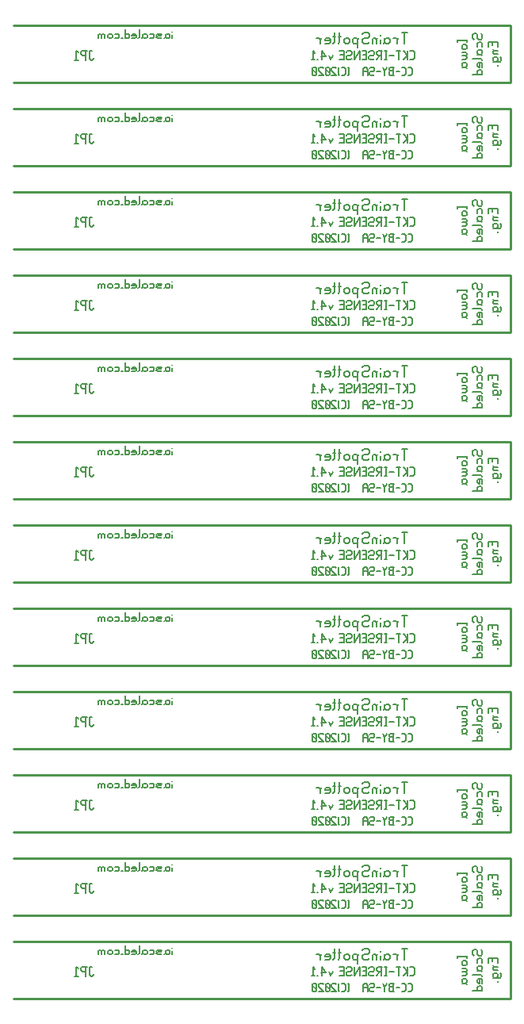
<source format=gbr>
G04 start of page 10 for group -4078 idx -4078 *
G04 Title: (unknown), bottomsilk *
G04 Creator: pcb 20140316 *
G04 CreationDate: Thu 17 Dec 2020 03:42:44 AM GMT UTC *
G04 For: railfan *
G04 Format: Gerber/RS-274X *
G04 PCB-Dimensions (mil): 3000.00 4500.00 *
G04 PCB-Coordinate-Origin: lower left *
%MOIN*%
%FSLAX25Y25*%
%LNBOTTOMSILK*%
%ADD72C,0.0080*%
%ADD71C,0.0100*%
G54D71*X269500Y335500D02*X60500D01*
X269500Y359500D02*Y335500D01*
Y324500D02*Y300500D01*
X60500Y324500D02*X269500D01*
Y429500D02*Y405500D01*
X60500Y394500D02*X269500D01*
Y370500D02*X60500D01*
Y359500D02*X269500D01*
X60500Y429500D02*X269500D01*
Y405500D02*X60500D01*
X269500Y394500D02*Y370500D01*
Y300500D02*X60500D01*
Y289500D02*X269500D01*
Y265500D02*X60500D01*
Y254500D02*X269500D01*
Y230500D02*X60500D01*
X269500Y289500D02*Y265500D01*
Y254500D02*Y230500D01*
X60500Y219500D02*X269500D01*
Y195500D02*X60500D01*
X269500Y184500D02*Y160500D01*
Y219500D02*Y195500D01*
X60500Y184500D02*X269500D01*
Y160500D02*X60500D01*
Y149500D02*X269500D01*
Y125500D02*X60500D01*
Y114500D02*X269500D01*
Y90500D02*X60500D01*
Y79500D02*X269500D01*
Y55500D02*X60500D01*
X269500Y149500D02*Y125500D01*
Y114500D02*Y90500D01*
Y79500D02*Y55500D01*
X60500Y44500D02*X269500D01*
Y20500D02*X60500D01*
X269500Y44500D02*Y20500D01*
G54D72*X261800Y386000D02*Y387500D01*
X264000Y385500D02*Y387500D01*
X260000D02*X264000D01*
X260000Y385500D02*Y387500D01*
X262500Y383800D02*X264000D01*
X262500D02*X262000Y383300D01*
Y382800D02*Y383300D01*
Y382800D02*X262500Y382300D01*
X264000D01*
X262000Y384300D02*X262500Y383800D01*
X262000Y379600D02*X262500Y379100D01*
X262000Y379600D02*Y380600D01*
X262500Y381100D02*X262000Y380600D01*
X262500Y381100D02*X263500D01*
X264000Y380600D01*
Y379600D02*Y380600D01*
Y379600D02*X263500Y379100D01*
X265000Y381100D02*X265500Y380600D01*
Y379600D02*Y380600D01*
Y379600D02*X265000Y379100D01*
X262000D02*X265000D01*
X264000Y377400D02*Y377900D01*
X261800Y351000D02*Y352500D01*
X264000Y350500D02*Y352500D01*
X260000D02*X264000D01*
X260000Y350500D02*Y352500D01*
X262500Y348800D02*X264000D01*
X262500D02*X262000Y348300D01*
Y347800D02*Y348300D01*
Y347800D02*X262500Y347300D01*
X264000D01*
X262000Y349300D02*X262500Y348800D01*
X262000Y344600D02*X262500Y344100D01*
X262000Y344600D02*Y345600D01*
X262500Y346100D02*X262000Y345600D01*
X262500Y346100D02*X263500D01*
X264000Y345600D01*
Y344600D02*Y345600D01*
Y344600D02*X263500Y344100D01*
X265000Y346100D02*X265500Y345600D01*
Y344600D02*Y345600D01*
Y344600D02*X265000Y344100D01*
X262000D02*X265000D01*
X264000Y342400D02*Y342900D01*
X261800Y316000D02*Y317500D01*
X264000Y315500D02*Y317500D01*
X260000D02*X264000D01*
X260000Y315500D02*Y317500D01*
X262500Y313800D02*X264000D01*
X262500D02*X262000Y313300D01*
Y312800D02*Y313300D01*
Y312800D02*X262500Y312300D01*
X264000D01*
X262000Y314300D02*X262500Y313800D01*
X262000Y309600D02*X262500Y309100D01*
X262000Y309600D02*Y310600D01*
X262500Y311100D02*X262000Y310600D01*
X262500Y311100D02*X263500D01*
X264000Y310600D01*
Y309600D02*Y310600D01*
Y309600D02*X263500Y309100D01*
X265000Y311100D02*X265500Y310600D01*
Y309600D02*Y310600D01*
Y309600D02*X265000Y309100D01*
X262000D02*X265000D01*
X264000Y307400D02*Y307900D01*
X261800Y281000D02*Y282500D01*
X264000Y280500D02*Y282500D01*
X260000D02*X264000D01*
X260000Y280500D02*Y282500D01*
X262500Y278800D02*X264000D01*
X262500D02*X262000Y278300D01*
Y277800D02*Y278300D01*
Y277800D02*X262500Y277300D01*
X264000D01*
X262000Y279300D02*X262500Y278800D01*
X262000Y274600D02*X262500Y274100D01*
X262000Y274600D02*Y275600D01*
X262500Y276100D02*X262000Y275600D01*
X262500Y276100D02*X263500D01*
X264000Y275600D01*
Y274600D02*Y275600D01*
Y274600D02*X263500Y274100D01*
X265000Y276100D02*X265500Y275600D01*
Y274600D02*Y275600D01*
Y274600D02*X265000Y274100D01*
X262000D02*X265000D01*
X264000Y272400D02*Y272900D01*
X253500Y389000D02*X254000Y388500D01*
X253500Y389000D02*Y390500D01*
X254000Y391000D02*X253500Y390500D01*
X254000Y391000D02*X255000D01*
X255500Y390500D01*
Y389000D02*Y390500D01*
Y389000D02*X256000Y388500D01*
X257000D01*
X257500Y389000D02*X257000Y388500D01*
X257500Y389000D02*Y390500D01*
X257000Y391000D02*X257500Y390500D01*
X255500Y385300D02*Y386800D01*
X256000Y387300D02*X255500Y386800D01*
X256000Y387300D02*X257000D01*
X257500Y386800D01*
Y385300D02*Y386800D01*
X255500Y382600D02*X256000Y382100D01*
X255500Y382600D02*Y383600D01*
X256000Y384100D02*X255500Y383600D01*
X256000Y384100D02*X257000D01*
X257500Y383600D01*
X255500Y382100D02*X257000D01*
X257500Y381600D01*
Y382600D02*Y383600D01*
Y382600D02*X257000Y382100D01*
X253500Y380400D02*X257000D01*
X257500Y379900D01*
Y376900D02*Y378400D01*
X257000Y378900D02*X257500Y378400D01*
X256000Y378900D02*X257000D01*
X256000D02*X255500Y378400D01*
Y377400D02*Y378400D01*
Y377400D02*X256000Y376900D01*
X256500D02*Y378900D01*
X256000Y376900D02*X256500D01*
X253500Y373700D02*X257500D01*
Y374200D02*X257000Y373700D01*
X257500Y374200D02*Y375200D01*
X257000Y375700D02*X257500Y375200D01*
X256000Y375700D02*X257000D01*
X256000D02*X255500Y375200D01*
Y374200D02*Y375200D01*
Y374200D02*X256000Y373700D01*
X253500Y354000D02*X254000Y353500D01*
X253500Y354000D02*Y355500D01*
X254000Y356000D02*X253500Y355500D01*
X254000Y356000D02*X255000D01*
X255500Y355500D01*
Y354000D02*Y355500D01*
Y354000D02*X256000Y353500D01*
X257000D01*
X257500Y354000D02*X257000Y353500D01*
X257500Y354000D02*Y355500D01*
X257000Y356000D02*X257500Y355500D01*
X255500Y350300D02*Y351800D01*
X256000Y352300D02*X255500Y351800D01*
X256000Y352300D02*X257000D01*
X257500Y351800D01*
Y350300D02*Y351800D01*
X255500Y347600D02*X256000Y347100D01*
X255500Y347600D02*Y348600D01*
X256000Y349100D02*X255500Y348600D01*
X256000Y349100D02*X257000D01*
X257500Y348600D01*
X255500Y347100D02*X257000D01*
X257500Y346600D01*
Y347600D02*Y348600D01*
Y347600D02*X257000Y347100D01*
X253500Y345400D02*X257000D01*
X257500Y344900D01*
Y341900D02*Y343400D01*
X257000Y343900D02*X257500Y343400D01*
X256000Y343900D02*X257000D01*
X256000D02*X255500Y343400D01*
Y342400D02*Y343400D01*
Y342400D02*X256000Y341900D01*
X256500D02*Y343900D01*
X256000Y341900D02*X256500D01*
X253500Y338700D02*X257500D01*
Y339200D02*X257000Y338700D01*
X257500Y339200D02*Y340200D01*
X257000Y340700D02*X257500Y340200D01*
X256000Y340700D02*X257000D01*
X256000D02*X255500Y340200D01*
Y339200D02*Y340200D01*
Y339200D02*X256000Y338700D01*
X247000Y352500D02*Y353500D01*
Y353000D02*X251000D01*
Y352500D02*Y353500D01*
X249500Y351300D02*X250500D01*
X249500D02*X249000Y350800D01*
Y349800D02*Y350800D01*
Y349800D02*X249500Y349300D01*
X250500D01*
X251000Y349800D02*X250500Y349300D01*
X251000Y349800D02*Y350800D01*
X250500Y351300D02*X251000Y350800D01*
X249000Y348100D02*X250500D01*
X251000Y347600D01*
Y347100D02*Y347600D01*
Y347100D02*X250500Y346600D01*
X249000D02*X250500D01*
X251000Y346100D01*
Y345600D02*Y346100D01*
Y345600D02*X250500Y345100D01*
X249000D02*X250500D01*
X249000Y342400D02*X249500Y341900D01*
X249000Y342400D02*Y343400D01*
X249500Y343900D02*X249000Y343400D01*
X249500Y343900D02*X250500D01*
X251000Y343400D01*
X249000Y341900D02*X250500D01*
X251000Y341400D01*
Y342400D02*Y343400D01*
Y342400D02*X250500Y341900D01*
X253500Y319000D02*X254000Y318500D01*
X253500Y319000D02*Y320500D01*
X254000Y321000D02*X253500Y320500D01*
X254000Y321000D02*X255000D01*
X255500Y320500D01*
Y319000D02*Y320500D01*
Y319000D02*X256000Y318500D01*
X257000D01*
X257500Y319000D02*X257000Y318500D01*
X257500Y319000D02*Y320500D01*
X257000Y321000D02*X257500Y320500D01*
X255500Y315300D02*Y316800D01*
X256000Y317300D02*X255500Y316800D01*
X256000Y317300D02*X257000D01*
X257500Y316800D01*
Y315300D02*Y316800D01*
X255500Y312600D02*X256000Y312100D01*
X255500Y312600D02*Y313600D01*
X256000Y314100D02*X255500Y313600D01*
X256000Y314100D02*X257000D01*
X257500Y313600D01*
X255500Y312100D02*X257000D01*
X257500Y311600D01*
Y312600D02*Y313600D01*
Y312600D02*X257000Y312100D01*
X253500Y310400D02*X257000D01*
X257500Y309900D01*
Y306900D02*Y308400D01*
X257000Y308900D02*X257500Y308400D01*
X256000Y308900D02*X257000D01*
X256000D02*X255500Y308400D01*
Y307400D02*Y308400D01*
Y307400D02*X256000Y306900D01*
X256500D02*Y308900D01*
X256000Y306900D02*X256500D01*
X253500Y303700D02*X257500D01*
Y304200D02*X257000Y303700D01*
X257500Y304200D02*Y305200D01*
X257000Y305700D02*X257500Y305200D01*
X256000Y305700D02*X257000D01*
X256000D02*X255500Y305200D01*
Y304200D02*Y305200D01*
Y304200D02*X256000Y303700D01*
X247000Y317500D02*Y318500D01*
Y318000D02*X251000D01*
Y317500D02*Y318500D01*
X249500Y316300D02*X250500D01*
X249500D02*X249000Y315800D01*
Y314800D02*Y315800D01*
Y314800D02*X249500Y314300D01*
X250500D01*
X251000Y314800D02*X250500Y314300D01*
X251000Y314800D02*Y315800D01*
X250500Y316300D02*X251000Y315800D01*
X249000Y313100D02*X250500D01*
X251000Y312600D01*
Y312100D02*Y312600D01*
Y312100D02*X250500Y311600D01*
X249000D02*X250500D01*
X251000Y311100D01*
Y310600D02*Y311100D01*
Y310600D02*X250500Y310100D01*
X249000D02*X250500D01*
X249000Y307400D02*X249500Y306900D01*
X249000Y307400D02*Y308400D01*
X249500Y308900D02*X249000Y308400D01*
X249500Y308900D02*X250500D01*
X251000Y308400D01*
X249000Y306900D02*X250500D01*
X251000Y306400D01*
Y307400D02*Y308400D01*
Y307400D02*X250500Y306900D01*
X253500Y284000D02*X254000Y283500D01*
X253500Y284000D02*Y285500D01*
X254000Y286000D02*X253500Y285500D01*
X254000Y286000D02*X255000D01*
X255500Y285500D01*
Y284000D02*Y285500D01*
Y284000D02*X256000Y283500D01*
X257000D01*
X257500Y284000D02*X257000Y283500D01*
X257500Y284000D02*Y285500D01*
X257000Y286000D02*X257500Y285500D01*
X255500Y280300D02*Y281800D01*
X256000Y282300D02*X255500Y281800D01*
X256000Y282300D02*X257000D01*
X257500Y281800D01*
Y280300D02*Y281800D01*
X255500Y277600D02*X256000Y277100D01*
X255500Y277600D02*Y278600D01*
X256000Y279100D02*X255500Y278600D01*
X256000Y279100D02*X257000D01*
X257500Y278600D01*
X255500Y277100D02*X257000D01*
X257500Y276600D01*
Y277600D02*Y278600D01*
Y277600D02*X257000Y277100D01*
X253500Y275400D02*X257000D01*
X257500Y274900D01*
Y271900D02*Y273400D01*
X257000Y273900D02*X257500Y273400D01*
X256000Y273900D02*X257000D01*
X256000D02*X255500Y273400D01*
Y272400D02*Y273400D01*
Y272400D02*X256000Y271900D01*
X256500D02*Y273900D01*
X256000Y271900D02*X256500D01*
X253500Y268700D02*X257500D01*
Y269200D02*X257000Y268700D01*
X257500Y269200D02*Y270200D01*
X257000Y270700D02*X257500Y270200D01*
X256000Y270700D02*X257000D01*
X256000D02*X255500Y270200D01*
Y269200D02*Y270200D01*
Y269200D02*X256000Y268700D01*
X247000Y282500D02*Y283500D01*
Y283000D02*X251000D01*
Y282500D02*Y283500D01*
X249500Y281300D02*X250500D01*
X249500D02*X249000Y280800D01*
Y279800D02*Y280800D01*
Y279800D02*X249500Y279300D01*
X250500D01*
X251000Y279800D02*X250500Y279300D01*
X251000Y279800D02*Y280800D01*
X250500Y281300D02*X251000Y280800D01*
X249000Y278100D02*X250500D01*
X251000Y277600D01*
Y277100D02*Y277600D01*
Y277100D02*X250500Y276600D01*
X249000D02*X250500D01*
X251000Y276100D01*
Y275600D02*Y276100D01*
Y275600D02*X250500Y275100D01*
X249000D02*X250500D01*
X249000Y272400D02*X249500Y271900D01*
X249000Y272400D02*Y273400D01*
X249500Y273900D02*X249000Y273400D01*
X249500Y273900D02*X250500D01*
X251000Y273400D01*
X249000Y271900D02*X250500D01*
X251000Y271400D01*
Y272400D02*Y273400D01*
Y272400D02*X250500Y271900D01*
X227157Y240000D02*X228327D01*
X228957Y240630D02*X228327Y240000D01*
X228957Y240630D02*Y242970D01*
X228327Y243600D01*
X227157D02*X228327D01*
X226077Y240000D02*Y243600D01*
Y241800D02*X224277Y243600D01*
X226077Y241800D02*X224277Y240000D01*
X221397Y243600D02*X223197D01*
X222297Y240000D02*Y243600D01*
X218517Y241800D02*X220317D01*
X216537Y243600D02*X217437D01*
X216987Y240000D02*Y243600D01*
X216537Y240000D02*X217437D01*
X213657Y243600D02*X215457D01*
X213657D02*X213207Y243150D01*
Y242250D02*Y243150D01*
X213657Y241800D02*X213207Y242250D01*
X213657Y241800D02*X215007D01*
Y240000D02*Y243600D01*
X214287Y241800D02*X213207Y240000D01*
X210327Y243600D02*X209877Y243150D01*
X210327Y243600D02*X211677D01*
X212127Y243150D02*X211677Y243600D01*
X212127Y242250D02*Y243150D01*
Y242250D02*X211677Y241800D01*
X210327D02*X211677D01*
X210327D02*X209877Y241350D01*
Y240450D02*Y241350D01*
X210327Y240000D02*X209877Y240450D01*
X210327Y240000D02*X211677D01*
X212127Y240450D02*X211677Y240000D01*
X207447Y241980D02*X208797D01*
X206997Y240000D02*X208797D01*
Y243600D01*
X206997D02*X208797D01*
X205917Y240000D02*Y243600D01*
X203667Y240000D01*
Y243600D01*
X200787D02*X200337Y243150D01*
X200787Y243600D02*X202137D01*
X202587Y243150D02*X202137Y243600D01*
X202587Y242250D02*Y243150D01*
Y242250D02*X202137Y241800D01*
X200787D02*X202137D01*
X200787D02*X200337Y241350D01*
Y240450D02*Y241350D01*
X200787Y240000D02*X200337Y240450D01*
X200787Y240000D02*X202137D01*
X202587Y240450D02*X202137Y240000D01*
X197907Y241980D02*X199257D01*
X197457Y240000D02*X199257D01*
Y243600D01*
X197457D02*X199257D01*
X194757Y241800D02*X193857Y240000D01*
X192957Y241800D02*X193857Y240000D01*
X191877Y241350D02*X190077Y243600D01*
X189627Y241350D02*X191877D01*
X190077Y240000D02*Y243600D01*
X188097Y240000D02*X188547D01*
X187017Y242880D02*X186297Y243600D01*
Y240000D02*Y243600D01*
X185667Y240000D02*X187017D01*
X201500Y233900D02*X201100Y233500D01*
X201500Y236300D02*X201100Y236700D01*
X201500Y233900D02*Y236300D01*
X198540Y233500D02*X199580D01*
X200140Y234060D02*X199580Y233500D01*
X200140Y234060D02*Y236140D01*
X199580Y236700D01*
X198540D02*X199580D01*
X197580D02*X197180Y236300D01*
Y233900D02*Y236300D01*
X197580Y233500D02*X197180Y233900D01*
X196220Y236300D02*X195820Y236700D01*
X194620D02*X195820D01*
X194620D02*X194220Y236300D01*
Y235500D02*Y236300D01*
X196220Y233500D02*X194220Y235500D01*
Y233500D02*X196220D01*
X193260Y233900D02*X192860Y233500D01*
X193260Y233900D02*Y236300D01*
X192860Y236700D01*
X192060D02*X192860D01*
X192060D02*X191660Y236300D01*
Y233900D02*Y236300D01*
X192060Y233500D02*X191660Y233900D01*
X192060Y233500D02*X192860D01*
X193260Y234300D02*X191660Y235900D01*
X190700Y236300D02*X190300Y236700D01*
X189100D02*X190300D01*
X189100D02*X188700Y236300D01*
Y235500D02*Y236300D01*
X190700Y233500D02*X188700Y235500D01*
Y233500D02*X190700D01*
X187740Y233900D02*X187340Y233500D01*
X187740Y233900D02*Y236300D01*
X187340Y236700D01*
X186540D02*X187340D01*
X186540D02*X186140Y236300D01*
Y233900D02*Y236300D01*
X186540Y233500D02*X186140Y233900D01*
X186540Y233500D02*X187340D01*
X187740Y234300D02*X186140Y235900D01*
X226400Y233500D02*X227440D01*
X228000Y234060D02*X227440Y233500D01*
X228000Y234060D02*Y236140D01*
X227440Y236700D01*
X226400D02*X227440D01*
X223840Y233500D02*X224880D01*
X225440Y234060D02*X224880Y233500D01*
X225440Y234060D02*Y236140D01*
X224880Y236700D01*
X223840D02*X224880D01*
X221280Y235100D02*X222880D01*
X218720Y233500D02*X220320D01*
X218720D02*X218320Y233900D01*
Y234860D01*
X218720Y235260D02*X218320Y234860D01*
X218720Y235260D02*X219920D01*
Y233500D02*Y236700D01*
X218720D02*X220320D01*
X218720D02*X218320Y236300D01*
Y235660D02*Y236300D01*
X218720Y235260D02*X218320Y235660D01*
X217360Y236700D02*X216560Y235100D01*
X215760Y236700D01*
X216560Y233500D02*Y235100D01*
X213200D02*X214800D01*
X210640Y236700D02*X210240Y236300D01*
X210640Y236700D02*X211840D01*
X212240Y236300D02*X211840Y236700D01*
X212240Y235500D02*Y236300D01*
Y235500D02*X211840Y235100D01*
X210640D02*X211840D01*
X210640D02*X210240Y234700D01*
Y233900D02*Y234700D01*
X210640Y233500D02*X210240Y233900D01*
X210640Y233500D02*X211840D01*
X212240Y233900D02*X211840Y233500D01*
X209280D02*Y235900D01*
X208720Y236700D01*
X207840D02*X208720D01*
X207840D02*X207280Y235900D01*
Y233500D02*Y235900D01*
Y235100D02*X209280D01*
X223717Y216380D02*X225957D01*
X224837Y211900D02*Y216380D01*
X221813Y211900D02*Y213580D01*
X221253Y214140D01*
X220133D02*X221253D01*
X222373D02*X221813Y213580D01*
X217109Y214140D02*X216549Y213580D01*
X217109Y214140D02*X218229D01*
X218789Y213580D02*X218229Y214140D01*
X218789Y212460D02*Y213580D01*
Y212460D02*X218229Y211900D01*
X216549Y212460D02*Y214140D01*
Y212460D02*X215989Y211900D01*
X217109D02*X218229D01*
X217109D02*X216549Y212460D01*
X214645Y215148D02*Y215260D01*
Y211900D02*Y213580D01*
X212965Y211900D02*Y213580D01*
X212405Y214140D01*
X211845D02*X212405D01*
X211845D02*X211285Y213580D01*
Y211900D02*Y213580D01*
X213525Y214140D02*X212965Y213580D01*
X207701Y216380D02*X207141Y215820D01*
X207701Y216380D02*X209381D01*
X209941Y215820D02*X209381Y216380D01*
X209941Y214700D02*Y215820D01*
Y214700D02*X209381Y214140D01*
X207701D02*X209381D01*
X207701D02*X207141Y213580D01*
Y212460D02*Y213580D01*
X207701Y211900D02*X207141Y212460D01*
X207701Y211900D02*X209381D01*
X209941Y212460D02*X209381Y211900D01*
X205237Y210220D02*Y213580D01*
X205797Y214140D02*X205237Y213580D01*
X204677Y214140D01*
X203557D02*X204677D01*
X203557D02*X202997Y213580D01*
Y212460D02*Y213580D01*
X203557Y211900D02*X202997Y212460D01*
X203557Y211900D02*X204677D01*
X205237Y212460D02*X204677Y211900D01*
X201653Y212460D02*Y213580D01*
X201093Y214140D01*
X199973D02*X201093D01*
X199973D02*X199413Y213580D01*
Y212460D02*Y213580D01*
X199973Y211900D02*X199413Y212460D01*
X199973Y211900D02*X201093D01*
X201653Y212460D02*X201093Y211900D01*
X197509Y212460D02*Y216380D01*
Y212460D02*X196949Y211900D01*
Y214700D02*X198069D01*
X195269Y212460D02*Y216380D01*
Y212460D02*X194709Y211900D01*
Y214700D02*X195829D01*
X191349Y211900D02*X193029D01*
X193589Y212460D02*X193029Y211900D01*
X193589Y212460D02*Y213580D01*
X193029Y214140D01*
X191909D02*X193029D01*
X191909D02*X191349Y213580D01*
Y213020D02*X193589D01*
X191349D02*Y213580D01*
X189445Y211900D02*Y213580D01*
X188885Y214140D01*
X187765D02*X188885D01*
X190005D02*X189445Y213580D01*
X227157Y205000D02*X228327D01*
X228957Y205630D02*X228327Y205000D01*
X228957Y205630D02*Y207970D01*
X228327Y208600D01*
X227157D02*X228327D01*
X226077Y205000D02*Y208600D01*
Y206800D02*X224277Y208600D01*
X226077Y206800D02*X224277Y205000D01*
X221397Y208600D02*X223197D01*
X222297Y205000D02*Y208600D01*
X218517Y206800D02*X220317D01*
X216537Y208600D02*X217437D01*
X216987Y205000D02*Y208600D01*
X216537Y205000D02*X217437D01*
X213657Y208600D02*X215457D01*
X213657D02*X213207Y208150D01*
Y207250D02*Y208150D01*
X213657Y206800D02*X213207Y207250D01*
X213657Y206800D02*X215007D01*
Y205000D02*Y208600D01*
X214287Y206800D02*X213207Y205000D01*
X210327Y208600D02*X209877Y208150D01*
X210327Y208600D02*X211677D01*
X212127Y208150D02*X211677Y208600D01*
X212127Y207250D02*Y208150D01*
Y207250D02*X211677Y206800D01*
X210327D02*X211677D01*
X210327D02*X209877Y206350D01*
Y205450D02*Y206350D01*
X210327Y205000D02*X209877Y205450D01*
X210327Y205000D02*X211677D01*
X212127Y205450D02*X211677Y205000D01*
X207447Y206980D02*X208797D01*
X206997Y205000D02*X208797D01*
Y208600D01*
X206997D02*X208797D01*
X205917Y205000D02*Y208600D01*
X203667Y205000D01*
Y208600D01*
X200787D02*X200337Y208150D01*
X200787Y208600D02*X202137D01*
X202587Y208150D02*X202137Y208600D01*
X202587Y207250D02*Y208150D01*
Y207250D02*X202137Y206800D01*
X200787D02*X202137D01*
X200787D02*X200337Y206350D01*
Y205450D02*Y206350D01*
X200787Y205000D02*X200337Y205450D01*
X200787Y205000D02*X202137D01*
X202587Y205450D02*X202137Y205000D01*
X197907Y206980D02*X199257D01*
X197457Y205000D02*X199257D01*
Y208600D01*
X197457D02*X199257D01*
X194757Y206800D02*X193857Y205000D01*
X192957Y206800D02*X193857Y205000D01*
X191877Y206350D02*X190077Y208600D01*
X189627Y206350D02*X191877D01*
X190077Y205000D02*Y208600D01*
X188097Y205000D02*X188547D01*
X187017Y207880D02*X186297Y208600D01*
Y205000D02*Y208600D01*
X185667Y205000D02*X187017D01*
X201500Y198900D02*X201100Y198500D01*
X201500Y201300D02*X201100Y201700D01*
X201500Y198900D02*Y201300D01*
X198540Y198500D02*X199580D01*
X200140Y199060D02*X199580Y198500D01*
X200140Y199060D02*Y201140D01*
X199580Y201700D01*
X198540D02*X199580D01*
X197580D02*X197180Y201300D01*
Y198900D02*Y201300D01*
X197580Y198500D02*X197180Y198900D01*
X196220Y201300D02*X195820Y201700D01*
X194620D02*X195820D01*
X194620D02*X194220Y201300D01*
Y200500D02*Y201300D01*
X196220Y198500D02*X194220Y200500D01*
Y198500D02*X196220D01*
X193260Y198900D02*X192860Y198500D01*
X193260Y198900D02*Y201300D01*
X192860Y201700D01*
X192060D02*X192860D01*
X192060D02*X191660Y201300D01*
Y198900D02*Y201300D01*
X192060Y198500D02*X191660Y198900D01*
X192060Y198500D02*X192860D01*
X193260Y199300D02*X191660Y200900D01*
X190700Y201300D02*X190300Y201700D01*
X189100D02*X190300D01*
X189100D02*X188700Y201300D01*
Y200500D02*Y201300D01*
X190700Y198500D02*X188700Y200500D01*
Y198500D02*X190700D01*
X187740Y198900D02*X187340Y198500D01*
X187740Y198900D02*Y201300D01*
X187340Y201700D01*
X186540D02*X187340D01*
X186540D02*X186140Y201300D01*
Y198900D02*Y201300D01*
X186540Y198500D02*X186140Y198900D01*
X186540Y198500D02*X187340D01*
X187740Y199300D02*X186140Y200900D01*
X226400Y198500D02*X227440D01*
X228000Y199060D02*X227440Y198500D01*
X228000Y199060D02*Y201140D01*
X227440Y201700D01*
X226400D02*X227440D01*
X223840Y198500D02*X224880D01*
X225440Y199060D02*X224880Y198500D01*
X225440Y199060D02*Y201140D01*
X224880Y201700D01*
X223840D02*X224880D01*
X221280Y200100D02*X222880D01*
X218720Y198500D02*X220320D01*
X218720D02*X218320Y198900D01*
Y199860D01*
X218720Y200260D02*X218320Y199860D01*
X218720Y200260D02*X219920D01*
Y198500D02*Y201700D01*
X218720D02*X220320D01*
X218720D02*X218320Y201300D01*
Y200660D02*Y201300D01*
X218720Y200260D02*X218320Y200660D01*
X217360Y201700D02*X216560Y200100D01*
X215760Y201700D01*
X216560Y198500D02*Y200100D01*
X213200D02*X214800D01*
X210640Y201700D02*X210240Y201300D01*
X210640Y201700D02*X211840D01*
X212240Y201300D02*X211840Y201700D01*
X212240Y200500D02*Y201300D01*
Y200500D02*X211840Y200100D01*
X210640D02*X211840D01*
X210640D02*X210240Y199700D01*
Y198900D02*Y199700D01*
X210640Y198500D02*X210240Y198900D01*
X210640Y198500D02*X211840D01*
X212240Y198900D02*X211840Y198500D01*
X209280D02*Y200900D01*
X208720Y201700D01*
X207840D02*X208720D01*
X207840D02*X207280Y200900D01*
Y198500D02*Y200900D01*
Y200100D02*X209280D01*
X223717Y181380D02*X225957D01*
X224837Y176900D02*Y181380D01*
X221813Y176900D02*Y178580D01*
X221253Y179140D01*
X220133D02*X221253D01*
X222373D02*X221813Y178580D01*
X217109Y179140D02*X216549Y178580D01*
X217109Y179140D02*X218229D01*
X218789Y178580D02*X218229Y179140D01*
X218789Y177460D02*Y178580D01*
Y177460D02*X218229Y176900D01*
X216549Y177460D02*Y179140D01*
Y177460D02*X215989Y176900D01*
X217109D02*X218229D01*
X217109D02*X216549Y177460D01*
X214645Y180148D02*Y180260D01*
Y176900D02*Y178580D01*
X212965Y176900D02*Y178580D01*
X212405Y179140D01*
X211845D02*X212405D01*
X211845D02*X211285Y178580D01*
Y176900D02*Y178580D01*
X213525Y179140D02*X212965Y178580D01*
X207701Y181380D02*X207141Y180820D01*
X207701Y181380D02*X209381D01*
X209941Y180820D02*X209381Y181380D01*
X209941Y179700D02*Y180820D01*
Y179700D02*X209381Y179140D01*
X207701D02*X209381D01*
X207701D02*X207141Y178580D01*
Y177460D02*Y178580D01*
X207701Y176900D02*X207141Y177460D01*
X207701Y176900D02*X209381D01*
X209941Y177460D02*X209381Y176900D01*
X205237Y175220D02*Y178580D01*
X205797Y179140D02*X205237Y178580D01*
X204677Y179140D01*
X203557D02*X204677D01*
X203557D02*X202997Y178580D01*
Y177460D02*Y178580D01*
X203557Y176900D02*X202997Y177460D01*
X203557Y176900D02*X204677D01*
X205237Y177460D02*X204677Y176900D01*
X201653Y177460D02*Y178580D01*
X201093Y179140D01*
X199973D02*X201093D01*
X199973D02*X199413Y178580D01*
Y177460D02*Y178580D01*
X199973Y176900D02*X199413Y177460D01*
X199973Y176900D02*X201093D01*
X201653Y177460D02*X201093Y176900D01*
X197509Y177460D02*Y181380D01*
Y177460D02*X196949Y176900D01*
Y179700D02*X198069D01*
X195269Y177460D02*Y181380D01*
Y177460D02*X194709Y176900D01*
Y179700D02*X195829D01*
X191349Y176900D02*X193029D01*
X193589Y177460D02*X193029Y176900D01*
X193589Y177460D02*Y178580D01*
X193029Y179140D01*
X191909D02*X193029D01*
X191909D02*X191349Y178580D01*
Y178020D02*X193589D01*
X191349D02*Y178580D01*
X189445Y176900D02*Y178580D01*
X188885Y179140D01*
X187765D02*X188885D01*
X190005D02*X189445Y178580D01*
X227157Y170000D02*X228327D01*
X228957Y170630D02*X228327Y170000D01*
X228957Y170630D02*Y172970D01*
X228327Y173600D01*
X227157D02*X228327D01*
X226077Y170000D02*Y173600D01*
Y171800D02*X224277Y173600D01*
X226077Y171800D02*X224277Y170000D01*
X221397Y173600D02*X223197D01*
X222297Y170000D02*Y173600D01*
X218517Y171800D02*X220317D01*
X216537Y173600D02*X217437D01*
X216987Y170000D02*Y173600D01*
X216537Y170000D02*X217437D01*
X213657Y173600D02*X215457D01*
X213657D02*X213207Y173150D01*
Y172250D02*Y173150D01*
X213657Y171800D02*X213207Y172250D01*
X213657Y171800D02*X215007D01*
Y170000D02*Y173600D01*
X214287Y171800D02*X213207Y170000D01*
X210327Y173600D02*X209877Y173150D01*
X210327Y173600D02*X211677D01*
X212127Y173150D02*X211677Y173600D01*
X212127Y172250D02*Y173150D01*
Y172250D02*X211677Y171800D01*
X210327D02*X211677D01*
X210327D02*X209877Y171350D01*
Y170450D02*Y171350D01*
X210327Y170000D02*X209877Y170450D01*
X210327Y170000D02*X211677D01*
X212127Y170450D02*X211677Y170000D01*
X207447Y171980D02*X208797D01*
X206997Y170000D02*X208797D01*
Y173600D01*
X206997D02*X208797D01*
X205917Y170000D02*Y173600D01*
X203667Y170000D01*
Y173600D01*
X200787D02*X200337Y173150D01*
X200787Y173600D02*X202137D01*
X202587Y173150D02*X202137Y173600D01*
X202587Y172250D02*Y173150D01*
Y172250D02*X202137Y171800D01*
X200787D02*X202137D01*
X200787D02*X200337Y171350D01*
Y170450D02*Y171350D01*
X200787Y170000D02*X200337Y170450D01*
X200787Y170000D02*X202137D01*
X202587Y170450D02*X202137Y170000D01*
X197907Y171980D02*X199257D01*
X197457Y170000D02*X199257D01*
Y173600D01*
X197457D02*X199257D01*
X194757Y171800D02*X193857Y170000D01*
X192957Y171800D02*X193857Y170000D01*
X191877Y171350D02*X190077Y173600D01*
X189627Y171350D02*X191877D01*
X190077Y170000D02*Y173600D01*
X188097Y170000D02*X188547D01*
X187017Y172880D02*X186297Y173600D01*
Y170000D02*Y173600D01*
X185667Y170000D02*X187017D01*
X201500Y163900D02*X201100Y163500D01*
X201500Y166300D02*X201100Y166700D01*
X201500Y163900D02*Y166300D01*
X198540Y163500D02*X199580D01*
X200140Y164060D02*X199580Y163500D01*
X200140Y164060D02*Y166140D01*
X199580Y166700D01*
X198540D02*X199580D01*
X197580D02*X197180Y166300D01*
Y163900D02*Y166300D01*
X197580Y163500D02*X197180Y163900D01*
X196220Y166300D02*X195820Y166700D01*
X194620D02*X195820D01*
X194620D02*X194220Y166300D01*
Y165500D02*Y166300D01*
X196220Y163500D02*X194220Y165500D01*
Y163500D02*X196220D01*
X193260Y163900D02*X192860Y163500D01*
X193260Y163900D02*Y166300D01*
X192860Y166700D01*
X192060D02*X192860D01*
X192060D02*X191660Y166300D01*
Y163900D02*Y166300D01*
X192060Y163500D02*X191660Y163900D01*
X192060Y163500D02*X192860D01*
X193260Y164300D02*X191660Y165900D01*
X190700Y166300D02*X190300Y166700D01*
X189100D02*X190300D01*
X189100D02*X188700Y166300D01*
Y165500D02*Y166300D01*
X190700Y163500D02*X188700Y165500D01*
Y163500D02*X190700D01*
X187740Y163900D02*X187340Y163500D01*
X187740Y163900D02*Y166300D01*
X187340Y166700D01*
X186540D02*X187340D01*
X186540D02*X186140Y166300D01*
Y163900D02*Y166300D01*
X186540Y163500D02*X186140Y163900D01*
X186540Y163500D02*X187340D01*
X187740Y164300D02*X186140Y165900D01*
X226400Y163500D02*X227440D01*
X228000Y164060D02*X227440Y163500D01*
X228000Y164060D02*Y166140D01*
X227440Y166700D01*
X226400D02*X227440D01*
X223840Y163500D02*X224880D01*
X225440Y164060D02*X224880Y163500D01*
X225440Y164060D02*Y166140D01*
X224880Y166700D01*
X223840D02*X224880D01*
X221280Y165100D02*X222880D01*
X218720Y163500D02*X220320D01*
X218720D02*X218320Y163900D01*
Y164860D01*
X218720Y165260D02*X218320Y164860D01*
X218720Y165260D02*X219920D01*
Y163500D02*Y166700D01*
X218720D02*X220320D01*
X218720D02*X218320Y166300D01*
Y165660D02*Y166300D01*
X218720Y165260D02*X218320Y165660D01*
X217360Y166700D02*X216560Y165100D01*
X215760Y166700D01*
X216560Y163500D02*Y165100D01*
X213200D02*X214800D01*
X210640Y166700D02*X210240Y166300D01*
X210640Y166700D02*X211840D01*
X212240Y166300D02*X211840Y166700D01*
X212240Y165500D02*Y166300D01*
Y165500D02*X211840Y165100D01*
X210640D02*X211840D01*
X210640D02*X210240Y164700D01*
Y163900D02*Y164700D01*
X210640Y163500D02*X210240Y163900D01*
X210640Y163500D02*X211840D01*
X212240Y163900D02*X211840Y163500D01*
X209280D02*Y165900D01*
X208720Y166700D01*
X207840D02*X208720D01*
X207840D02*X207280Y165900D01*
Y163500D02*Y165900D01*
Y165100D02*X209280D01*
X223717Y146380D02*X225957D01*
X224837Y141900D02*Y146380D01*
X221813Y141900D02*Y143580D01*
X221253Y144140D01*
X220133D02*X221253D01*
X222373D02*X221813Y143580D01*
X217109Y144140D02*X216549Y143580D01*
X217109Y144140D02*X218229D01*
X218789Y143580D02*X218229Y144140D01*
X218789Y142460D02*Y143580D01*
Y142460D02*X218229Y141900D01*
X216549Y142460D02*Y144140D01*
Y142460D02*X215989Y141900D01*
X217109D02*X218229D01*
X217109D02*X216549Y142460D01*
X214645Y145148D02*Y145260D01*
Y141900D02*Y143580D01*
X212965Y141900D02*Y143580D01*
X212405Y144140D01*
X211845D02*X212405D01*
X211845D02*X211285Y143580D01*
Y141900D02*Y143580D01*
X213525Y144140D02*X212965Y143580D01*
X207701Y146380D02*X207141Y145820D01*
X207701Y146380D02*X209381D01*
X209941Y145820D02*X209381Y146380D01*
X209941Y144700D02*Y145820D01*
Y144700D02*X209381Y144140D01*
X207701D02*X209381D01*
X207701D02*X207141Y143580D01*
Y142460D02*Y143580D01*
X207701Y141900D02*X207141Y142460D01*
X207701Y141900D02*X209381D01*
X209941Y142460D02*X209381Y141900D01*
X205237Y140220D02*Y143580D01*
X205797Y144140D02*X205237Y143580D01*
X204677Y144140D01*
X203557D02*X204677D01*
X203557D02*X202997Y143580D01*
Y142460D02*Y143580D01*
X203557Y141900D02*X202997Y142460D01*
X203557Y141900D02*X204677D01*
X205237Y142460D02*X204677Y141900D01*
X201653Y142460D02*Y143580D01*
X201093Y144140D01*
X199973D02*X201093D01*
X199973D02*X199413Y143580D01*
Y142460D02*Y143580D01*
X199973Y141900D02*X199413Y142460D01*
X199973Y141900D02*X201093D01*
X201653Y142460D02*X201093Y141900D01*
X197509Y142460D02*Y146380D01*
Y142460D02*X196949Y141900D01*
Y144700D02*X198069D01*
X195269Y142460D02*Y146380D01*
Y142460D02*X194709Y141900D01*
Y144700D02*X195829D01*
X191349Y141900D02*X193029D01*
X193589Y142460D02*X193029Y141900D01*
X193589Y142460D02*Y143580D01*
X193029Y144140D01*
X191909D02*X193029D01*
X191909D02*X191349Y143580D01*
Y143020D02*X193589D01*
X191349D02*Y143580D01*
X189445Y141900D02*Y143580D01*
X188885Y144140D01*
X187765D02*X188885D01*
X190005D02*X189445Y143580D01*
X227157Y135000D02*X228327D01*
X228957Y135630D02*X228327Y135000D01*
X228957Y135630D02*Y137970D01*
X228327Y138600D01*
X227157D02*X228327D01*
X226077Y135000D02*Y138600D01*
Y136800D02*X224277Y138600D01*
X226077Y136800D02*X224277Y135000D01*
X221397Y138600D02*X223197D01*
X222297Y135000D02*Y138600D01*
X218517Y136800D02*X220317D01*
X216537Y138600D02*X217437D01*
X216987Y135000D02*Y138600D01*
X216537Y135000D02*X217437D01*
X213657Y138600D02*X215457D01*
X213657D02*X213207Y138150D01*
Y137250D02*Y138150D01*
X213657Y136800D02*X213207Y137250D01*
X213657Y136800D02*X215007D01*
Y135000D02*Y138600D01*
X214287Y136800D02*X213207Y135000D01*
X210327Y138600D02*X209877Y138150D01*
X210327Y138600D02*X211677D01*
X212127Y138150D02*X211677Y138600D01*
X212127Y137250D02*Y138150D01*
Y137250D02*X211677Y136800D01*
X210327D02*X211677D01*
X210327D02*X209877Y136350D01*
Y135450D02*Y136350D01*
X210327Y135000D02*X209877Y135450D01*
X210327Y135000D02*X211677D01*
X212127Y135450D02*X211677Y135000D01*
X207447Y136980D02*X208797D01*
X206997Y135000D02*X208797D01*
Y138600D01*
X206997D02*X208797D01*
X205917Y135000D02*Y138600D01*
X203667Y135000D01*
Y138600D01*
X200787D02*X200337Y138150D01*
X200787Y138600D02*X202137D01*
X202587Y138150D02*X202137Y138600D01*
X202587Y137250D02*Y138150D01*
Y137250D02*X202137Y136800D01*
X200787D02*X202137D01*
X200787D02*X200337Y136350D01*
Y135450D02*Y136350D01*
X200787Y135000D02*X200337Y135450D01*
X200787Y135000D02*X202137D01*
X202587Y135450D02*X202137Y135000D01*
X197907Y136980D02*X199257D01*
X197457Y135000D02*X199257D01*
Y138600D01*
X197457D02*X199257D01*
X194757Y136800D02*X193857Y135000D01*
X192957Y136800D02*X193857Y135000D01*
X191877Y136350D02*X190077Y138600D01*
X189627Y136350D02*X191877D01*
X190077Y135000D02*Y138600D01*
X188097Y135000D02*X188547D01*
X187017Y137880D02*X186297Y138600D01*
Y135000D02*Y138600D01*
X185667Y135000D02*X187017D01*
X201500Y128900D02*X201100Y128500D01*
X201500Y131300D02*X201100Y131700D01*
X201500Y128900D02*Y131300D01*
X198540Y128500D02*X199580D01*
X200140Y129060D02*X199580Y128500D01*
X200140Y129060D02*Y131140D01*
X199580Y131700D01*
X198540D02*X199580D01*
X197580D02*X197180Y131300D01*
Y128900D02*Y131300D01*
X197580Y128500D02*X197180Y128900D01*
X196220Y131300D02*X195820Y131700D01*
X194620D02*X195820D01*
X194620D02*X194220Y131300D01*
Y130500D02*Y131300D01*
X196220Y128500D02*X194220Y130500D01*
Y128500D02*X196220D01*
X193260Y128900D02*X192860Y128500D01*
X193260Y128900D02*Y131300D01*
X192860Y131700D01*
X192060D02*X192860D01*
X192060D02*X191660Y131300D01*
Y128900D02*Y131300D01*
X192060Y128500D02*X191660Y128900D01*
X192060Y128500D02*X192860D01*
X193260Y129300D02*X191660Y130900D01*
X190700Y131300D02*X190300Y131700D01*
X189100D02*X190300D01*
X189100D02*X188700Y131300D01*
Y130500D02*Y131300D01*
X190700Y128500D02*X188700Y130500D01*
Y128500D02*X190700D01*
X187740Y128900D02*X187340Y128500D01*
X187740Y128900D02*Y131300D01*
X187340Y131700D01*
X186540D02*X187340D01*
X186540D02*X186140Y131300D01*
Y128900D02*Y131300D01*
X186540Y128500D02*X186140Y128900D01*
X186540Y128500D02*X187340D01*
X187740Y129300D02*X186140Y130900D01*
X226400Y128500D02*X227440D01*
X228000Y129060D02*X227440Y128500D01*
X228000Y129060D02*Y131140D01*
X227440Y131700D01*
X226400D02*X227440D01*
X223840Y128500D02*X224880D01*
X225440Y129060D02*X224880Y128500D01*
X225440Y129060D02*Y131140D01*
X224880Y131700D01*
X223840D02*X224880D01*
X221280Y130100D02*X222880D01*
X218720Y128500D02*X220320D01*
X218720D02*X218320Y128900D01*
Y129860D01*
X218720Y130260D02*X218320Y129860D01*
X218720Y130260D02*X219920D01*
Y128500D02*Y131700D01*
X218720D02*X220320D01*
X218720D02*X218320Y131300D01*
Y130660D02*Y131300D01*
X218720Y130260D02*X218320Y130660D01*
X217360Y131700D02*X216560Y130100D01*
X215760Y131700D01*
X216560Y128500D02*Y130100D01*
X213200D02*X214800D01*
X210640Y131700D02*X210240Y131300D01*
X210640Y131700D02*X211840D01*
X212240Y131300D02*X211840Y131700D01*
X212240Y130500D02*Y131300D01*
Y130500D02*X211840Y130100D01*
X210640D02*X211840D01*
X210640D02*X210240Y129700D01*
Y128900D02*Y129700D01*
X210640Y128500D02*X210240Y128900D01*
X210640Y128500D02*X211840D01*
X212240Y128900D02*X211840Y128500D01*
X209280D02*Y130900D01*
X208720Y131700D01*
X207840D02*X208720D01*
X207840D02*X207280Y130900D01*
Y128500D02*Y130900D01*
Y130100D02*X209280D01*
X223717Y111380D02*X225957D01*
X224837Y106900D02*Y111380D01*
X221813Y106900D02*Y108580D01*
X221253Y109140D01*
X220133D02*X221253D01*
X222373D02*X221813Y108580D01*
X217109Y109140D02*X216549Y108580D01*
X217109Y109140D02*X218229D01*
X218789Y108580D02*X218229Y109140D01*
X218789Y107460D02*Y108580D01*
Y107460D02*X218229Y106900D01*
X216549Y107460D02*Y109140D01*
Y107460D02*X215989Y106900D01*
X217109D02*X218229D01*
X217109D02*X216549Y107460D01*
X214645Y110148D02*Y110260D01*
Y106900D02*Y108580D01*
X212965Y106900D02*Y108580D01*
X212405Y109140D01*
X211845D02*X212405D01*
X211845D02*X211285Y108580D01*
Y106900D02*Y108580D01*
X213525Y109140D02*X212965Y108580D01*
X207701Y111380D02*X207141Y110820D01*
X207701Y111380D02*X209381D01*
X209941Y110820D02*X209381Y111380D01*
X209941Y109700D02*Y110820D01*
Y109700D02*X209381Y109140D01*
X207701D02*X209381D01*
X207701D02*X207141Y108580D01*
Y107460D02*Y108580D01*
X207701Y106900D02*X207141Y107460D01*
X207701Y106900D02*X209381D01*
X209941Y107460D02*X209381Y106900D01*
X205237Y105220D02*Y108580D01*
X205797Y109140D02*X205237Y108580D01*
X204677Y109140D01*
X203557D02*X204677D01*
X203557D02*X202997Y108580D01*
Y107460D02*Y108580D01*
X203557Y106900D02*X202997Y107460D01*
X203557Y106900D02*X204677D01*
X205237Y107460D02*X204677Y106900D01*
X201653Y107460D02*Y108580D01*
X201093Y109140D01*
X199973D02*X201093D01*
X199973D02*X199413Y108580D01*
Y107460D02*Y108580D01*
X199973Y106900D02*X199413Y107460D01*
X199973Y106900D02*X201093D01*
X201653Y107460D02*X201093Y106900D01*
X197509Y107460D02*Y111380D01*
Y107460D02*X196949Y106900D01*
Y109700D02*X198069D01*
X195269Y107460D02*Y111380D01*
Y107460D02*X194709Y106900D01*
Y109700D02*X195829D01*
X191349Y106900D02*X193029D01*
X193589Y107460D02*X193029Y106900D01*
X193589Y107460D02*Y108580D01*
X193029Y109140D01*
X191909D02*X193029D01*
X191909D02*X191349Y108580D01*
Y108020D02*X193589D01*
X191349D02*Y108580D01*
X189445Y106900D02*Y108580D01*
X188885Y109140D01*
X187765D02*X188885D01*
X190005D02*X189445Y108580D01*
X227157Y100000D02*X228327D01*
X228957Y100630D02*X228327Y100000D01*
X228957Y100630D02*Y102970D01*
X228327Y103600D01*
X227157D02*X228327D01*
X226077Y100000D02*Y103600D01*
Y101800D02*X224277Y103600D01*
X226077Y101800D02*X224277Y100000D01*
X221397Y103600D02*X223197D01*
X222297Y100000D02*Y103600D01*
X218517Y101800D02*X220317D01*
X216537Y103600D02*X217437D01*
X216987Y100000D02*Y103600D01*
X216537Y100000D02*X217437D01*
X213657Y103600D02*X215457D01*
X213657D02*X213207Y103150D01*
Y102250D02*Y103150D01*
X213657Y101800D02*X213207Y102250D01*
X213657Y101800D02*X215007D01*
Y100000D02*Y103600D01*
X214287Y101800D02*X213207Y100000D01*
X210327Y103600D02*X209877Y103150D01*
X210327Y103600D02*X211677D01*
X212127Y103150D02*X211677Y103600D01*
X212127Y102250D02*Y103150D01*
Y102250D02*X211677Y101800D01*
X210327D02*X211677D01*
X210327D02*X209877Y101350D01*
Y100450D02*Y101350D01*
X210327Y100000D02*X209877Y100450D01*
X210327Y100000D02*X211677D01*
X212127Y100450D02*X211677Y100000D01*
X207447Y101980D02*X208797D01*
X206997Y100000D02*X208797D01*
Y103600D01*
X206997D02*X208797D01*
X205917Y100000D02*Y103600D01*
X203667Y100000D01*
Y103600D01*
X200787D02*X200337Y103150D01*
X200787Y103600D02*X202137D01*
X202587Y103150D02*X202137Y103600D01*
X202587Y102250D02*Y103150D01*
Y102250D02*X202137Y101800D01*
X200787D02*X202137D01*
X200787D02*X200337Y101350D01*
Y100450D02*Y101350D01*
X200787Y100000D02*X200337Y100450D01*
X200787Y100000D02*X202137D01*
X202587Y100450D02*X202137Y100000D01*
X197907Y101980D02*X199257D01*
X197457Y100000D02*X199257D01*
Y103600D01*
X197457D02*X199257D01*
X194757Y101800D02*X193857Y100000D01*
X192957Y101800D02*X193857Y100000D01*
X191877Y101350D02*X190077Y103600D01*
X189627Y101350D02*X191877D01*
X190077Y100000D02*Y103600D01*
X188097Y100000D02*X188547D01*
X187017Y102880D02*X186297Y103600D01*
Y100000D02*Y103600D01*
X185667Y100000D02*X187017D01*
X201500Y93900D02*X201100Y93500D01*
X201500Y96300D02*X201100Y96700D01*
X201500Y93900D02*Y96300D01*
X198540Y93500D02*X199580D01*
X200140Y94060D02*X199580Y93500D01*
X200140Y94060D02*Y96140D01*
X199580Y96700D01*
X198540D02*X199580D01*
X197580D02*X197180Y96300D01*
Y93900D02*Y96300D01*
X197580Y93500D02*X197180Y93900D01*
X196220Y96300D02*X195820Y96700D01*
X194620D02*X195820D01*
X194620D02*X194220Y96300D01*
Y95500D02*Y96300D01*
X196220Y93500D02*X194220Y95500D01*
Y93500D02*X196220D01*
X193260Y93900D02*X192860Y93500D01*
X193260Y93900D02*Y96300D01*
X192860Y96700D01*
X192060D02*X192860D01*
X192060D02*X191660Y96300D01*
Y93900D02*Y96300D01*
X192060Y93500D02*X191660Y93900D01*
X192060Y93500D02*X192860D01*
X193260Y94300D02*X191660Y95900D01*
X190700Y96300D02*X190300Y96700D01*
X189100D02*X190300D01*
X189100D02*X188700Y96300D01*
Y95500D02*Y96300D01*
X190700Y93500D02*X188700Y95500D01*
Y93500D02*X190700D01*
X187740Y93900D02*X187340Y93500D01*
X187740Y93900D02*Y96300D01*
X187340Y96700D01*
X186540D02*X187340D01*
X186540D02*X186140Y96300D01*
Y93900D02*Y96300D01*
X186540Y93500D02*X186140Y93900D01*
X186540Y93500D02*X187340D01*
X187740Y94300D02*X186140Y95900D01*
X226400Y93500D02*X227440D01*
X228000Y94060D02*X227440Y93500D01*
X228000Y94060D02*Y96140D01*
X227440Y96700D01*
X226400D02*X227440D01*
X223840Y93500D02*X224880D01*
X225440Y94060D02*X224880Y93500D01*
X225440Y94060D02*Y96140D01*
X224880Y96700D01*
X223840D02*X224880D01*
X221280Y95100D02*X222880D01*
X218720Y93500D02*X220320D01*
X218720D02*X218320Y93900D01*
Y94860D01*
X218720Y95260D02*X218320Y94860D01*
X218720Y95260D02*X219920D01*
Y93500D02*Y96700D01*
X218720D02*X220320D01*
X218720D02*X218320Y96300D01*
Y95660D02*Y96300D01*
X218720Y95260D02*X218320Y95660D01*
X217360Y96700D02*X216560Y95100D01*
X215760Y96700D01*
X216560Y93500D02*Y95100D01*
X213200D02*X214800D01*
X210640Y96700D02*X210240Y96300D01*
X210640Y96700D02*X211840D01*
X212240Y96300D02*X211840Y96700D01*
X212240Y95500D02*Y96300D01*
Y95500D02*X211840Y95100D01*
X210640D02*X211840D01*
X210640D02*X210240Y94700D01*
Y93900D02*Y94700D01*
X210640Y93500D02*X210240Y93900D01*
X210640Y93500D02*X211840D01*
X212240Y93900D02*X211840Y93500D01*
X209280D02*Y95900D01*
X208720Y96700D01*
X207840D02*X208720D01*
X207840D02*X207280Y95900D01*
Y93500D02*Y95900D01*
Y95100D02*X209280D01*
X223717Y76380D02*X225957D01*
X224837Y71900D02*Y76380D01*
X221813Y71900D02*Y73580D01*
X221253Y74140D01*
X220133D02*X221253D01*
X222373D02*X221813Y73580D01*
X217109Y74140D02*X216549Y73580D01*
X217109Y74140D02*X218229D01*
X218789Y73580D02*X218229Y74140D01*
X218789Y72460D02*Y73580D01*
Y72460D02*X218229Y71900D01*
X216549Y72460D02*Y74140D01*
Y72460D02*X215989Y71900D01*
X217109D02*X218229D01*
X217109D02*X216549Y72460D01*
X214645Y75148D02*Y75260D01*
Y71900D02*Y73580D01*
X212965Y71900D02*Y73580D01*
X212405Y74140D01*
X211845D02*X212405D01*
X211845D02*X211285Y73580D01*
Y71900D02*Y73580D01*
X213525Y74140D02*X212965Y73580D01*
X207701Y76380D02*X207141Y75820D01*
X207701Y76380D02*X209381D01*
X209941Y75820D02*X209381Y76380D01*
X209941Y74700D02*Y75820D01*
Y74700D02*X209381Y74140D01*
X207701D02*X209381D01*
X207701D02*X207141Y73580D01*
Y72460D02*Y73580D01*
X207701Y71900D02*X207141Y72460D01*
X207701Y71900D02*X209381D01*
X209941Y72460D02*X209381Y71900D01*
X205237Y70220D02*Y73580D01*
X205797Y74140D02*X205237Y73580D01*
X204677Y74140D01*
X203557D02*X204677D01*
X203557D02*X202997Y73580D01*
Y72460D02*Y73580D01*
X203557Y71900D02*X202997Y72460D01*
X203557Y71900D02*X204677D01*
X205237Y72460D02*X204677Y71900D01*
X201653Y72460D02*Y73580D01*
X201093Y74140D01*
X199973D02*X201093D01*
X199973D02*X199413Y73580D01*
Y72460D02*Y73580D01*
X199973Y71900D02*X199413Y72460D01*
X199973Y71900D02*X201093D01*
X201653Y72460D02*X201093Y71900D01*
X197509Y72460D02*Y76380D01*
Y72460D02*X196949Y71900D01*
Y74700D02*X198069D01*
X195269Y72460D02*Y76380D01*
Y72460D02*X194709Y71900D01*
Y74700D02*X195829D01*
X191349Y71900D02*X193029D01*
X193589Y72460D02*X193029Y71900D01*
X193589Y72460D02*Y73580D01*
X193029Y74140D01*
X191909D02*X193029D01*
X191909D02*X191349Y73580D01*
Y73020D02*X193589D01*
X191349D02*Y73580D01*
X189445Y71900D02*Y73580D01*
X188885Y74140D01*
X187765D02*X188885D01*
X190005D02*X189445Y73580D01*
X227157Y65000D02*X228327D01*
X228957Y65630D02*X228327Y65000D01*
X228957Y65630D02*Y67970D01*
X228327Y68600D01*
X227157D02*X228327D01*
X226077Y65000D02*Y68600D01*
Y66800D02*X224277Y68600D01*
X226077Y66800D02*X224277Y65000D01*
X221397Y68600D02*X223197D01*
X222297Y65000D02*Y68600D01*
X218517Y66800D02*X220317D01*
X216537Y68600D02*X217437D01*
X216987Y65000D02*Y68600D01*
X216537Y65000D02*X217437D01*
X213657Y68600D02*X215457D01*
X213657D02*X213207Y68150D01*
Y67250D02*Y68150D01*
X213657Y66800D02*X213207Y67250D01*
X213657Y66800D02*X215007D01*
Y65000D02*Y68600D01*
X214287Y66800D02*X213207Y65000D01*
X210327Y68600D02*X209877Y68150D01*
X210327Y68600D02*X211677D01*
X212127Y68150D02*X211677Y68600D01*
X212127Y67250D02*Y68150D01*
Y67250D02*X211677Y66800D01*
X210327D02*X211677D01*
X210327D02*X209877Y66350D01*
Y65450D02*Y66350D01*
X210327Y65000D02*X209877Y65450D01*
X210327Y65000D02*X211677D01*
X212127Y65450D02*X211677Y65000D01*
X207447Y66980D02*X208797D01*
X206997Y65000D02*X208797D01*
Y68600D01*
X206997D02*X208797D01*
X205917Y65000D02*Y68600D01*
X203667Y65000D01*
Y68600D01*
X200787D02*X200337Y68150D01*
X200787Y68600D02*X202137D01*
X202587Y68150D02*X202137Y68600D01*
X202587Y67250D02*Y68150D01*
Y67250D02*X202137Y66800D01*
X200787D02*X202137D01*
X200787D02*X200337Y66350D01*
Y65450D02*Y66350D01*
X200787Y65000D02*X200337Y65450D01*
X200787Y65000D02*X202137D01*
X202587Y65450D02*X202137Y65000D01*
X197907Y66980D02*X199257D01*
X197457Y65000D02*X199257D01*
Y68600D01*
X197457D02*X199257D01*
X194757Y66800D02*X193857Y65000D01*
X192957Y66800D02*X193857Y65000D01*
X191877Y66350D02*X190077Y68600D01*
X189627Y66350D02*X191877D01*
X190077Y65000D02*Y68600D01*
X188097Y65000D02*X188547D01*
X187017Y67880D02*X186297Y68600D01*
Y65000D02*Y68600D01*
X185667Y65000D02*X187017D01*
X201500Y58900D02*X201100Y58500D01*
X201500Y61300D02*X201100Y61700D01*
X201500Y58900D02*Y61300D01*
X198540Y58500D02*X199580D01*
X200140Y59060D02*X199580Y58500D01*
X200140Y59060D02*Y61140D01*
X199580Y61700D01*
X198540D02*X199580D01*
X197580D02*X197180Y61300D01*
Y58900D02*Y61300D01*
X197580Y58500D02*X197180Y58900D01*
X196220Y61300D02*X195820Y61700D01*
X194620D02*X195820D01*
X194620D02*X194220Y61300D01*
Y60500D02*Y61300D01*
X196220Y58500D02*X194220Y60500D01*
Y58500D02*X196220D01*
X193260Y58900D02*X192860Y58500D01*
X193260Y58900D02*Y61300D01*
X192860Y61700D01*
X192060D02*X192860D01*
X192060D02*X191660Y61300D01*
Y58900D02*Y61300D01*
X192060Y58500D02*X191660Y58900D01*
X192060Y58500D02*X192860D01*
X193260Y59300D02*X191660Y60900D01*
X190700Y61300D02*X190300Y61700D01*
X189100D02*X190300D01*
X189100D02*X188700Y61300D01*
Y60500D02*Y61300D01*
X190700Y58500D02*X188700Y60500D01*
Y58500D02*X190700D01*
X187740Y58900D02*X187340Y58500D01*
X187740Y58900D02*Y61300D01*
X187340Y61700D01*
X186540D02*X187340D01*
X186540D02*X186140Y61300D01*
Y58900D02*Y61300D01*
X186540Y58500D02*X186140Y58900D01*
X186540Y58500D02*X187340D01*
X187740Y59300D02*X186140Y60900D01*
X226400Y58500D02*X227440D01*
X228000Y59060D02*X227440Y58500D01*
X228000Y59060D02*Y61140D01*
X227440Y61700D01*
X226400D02*X227440D01*
X223840Y58500D02*X224880D01*
X225440Y59060D02*X224880Y58500D01*
X225440Y59060D02*Y61140D01*
X224880Y61700D01*
X223840D02*X224880D01*
X221280Y60100D02*X222880D01*
X218720Y58500D02*X220320D01*
X218720D02*X218320Y58900D01*
Y59860D01*
X218720Y60260D02*X218320Y59860D01*
X218720Y60260D02*X219920D01*
Y58500D02*Y61700D01*
X218720D02*X220320D01*
X218720D02*X218320Y61300D01*
Y60660D02*Y61300D01*
X218720Y60260D02*X218320Y60660D01*
X217360Y61700D02*X216560Y60100D01*
X215760Y61700D01*
X216560Y58500D02*Y60100D01*
X213200D02*X214800D01*
X210640Y61700D02*X210240Y61300D01*
X210640Y61700D02*X211840D01*
X212240Y61300D02*X211840Y61700D01*
X212240Y60500D02*Y61300D01*
Y60500D02*X211840Y60100D01*
X210640D02*X211840D01*
X210640D02*X210240Y59700D01*
Y58900D02*Y59700D01*
X210640Y58500D02*X210240Y58900D01*
X210640Y58500D02*X211840D01*
X212240Y58900D02*X211840Y58500D01*
X209280D02*Y60900D01*
X208720Y61700D01*
X207840D02*X208720D01*
X207840D02*X207280Y60900D01*
Y58500D02*Y60900D01*
Y60100D02*X209280D01*
X223717Y41380D02*X225957D01*
X224837Y36900D02*Y41380D01*
X221813Y36900D02*Y38580D01*
X221253Y39140D01*
X220133D02*X221253D01*
X222373D02*X221813Y38580D01*
X217109Y39140D02*X216549Y38580D01*
X217109Y39140D02*X218229D01*
X218789Y38580D02*X218229Y39140D01*
X218789Y37460D02*Y38580D01*
Y37460D02*X218229Y36900D01*
X216549Y37460D02*Y39140D01*
Y37460D02*X215989Y36900D01*
X217109D02*X218229D01*
X217109D02*X216549Y37460D01*
X214645Y40148D02*Y40260D01*
Y36900D02*Y38580D01*
X212965Y36900D02*Y38580D01*
X212405Y39140D01*
X211845D02*X212405D01*
X211845D02*X211285Y38580D01*
Y36900D02*Y38580D01*
X213525Y39140D02*X212965Y38580D01*
X207701Y41380D02*X207141Y40820D01*
X207701Y41380D02*X209381D01*
X209941Y40820D02*X209381Y41380D01*
X209941Y39700D02*Y40820D01*
Y39700D02*X209381Y39140D01*
X207701D02*X209381D01*
X207701D02*X207141Y38580D01*
Y37460D02*Y38580D01*
X207701Y36900D02*X207141Y37460D01*
X207701Y36900D02*X209381D01*
X209941Y37460D02*X209381Y36900D01*
X205237Y35220D02*Y38580D01*
X205797Y39140D02*X205237Y38580D01*
X204677Y39140D01*
X203557D02*X204677D01*
X203557D02*X202997Y38580D01*
Y37460D02*Y38580D01*
X203557Y36900D02*X202997Y37460D01*
X203557Y36900D02*X204677D01*
X205237Y37460D02*X204677Y36900D01*
X201653Y37460D02*Y38580D01*
X201093Y39140D01*
X199973D02*X201093D01*
X199973D02*X199413Y38580D01*
Y37460D02*Y38580D01*
X199973Y36900D02*X199413Y37460D01*
X199973Y36900D02*X201093D01*
X201653Y37460D02*X201093Y36900D01*
X197509Y37460D02*Y41380D01*
Y37460D02*X196949Y36900D01*
Y39700D02*X198069D01*
X195269Y37460D02*Y41380D01*
Y37460D02*X194709Y36900D01*
Y39700D02*X195829D01*
X191349Y36900D02*X193029D01*
X193589Y37460D02*X193029Y36900D01*
X193589Y37460D02*Y38580D01*
X193029Y39140D01*
X191909D02*X193029D01*
X191909D02*X191349Y38580D01*
Y38020D02*X193589D01*
X191349D02*Y38580D01*
X189445Y36900D02*Y38580D01*
X188885Y39140D01*
X187765D02*X188885D01*
X190005D02*X189445Y38580D01*
X227157Y30000D02*X228327D01*
X228957Y30630D02*X228327Y30000D01*
X228957Y30630D02*Y32970D01*
X228327Y33600D01*
X227157D02*X228327D01*
X226077Y30000D02*Y33600D01*
Y31800D02*X224277Y33600D01*
X226077Y31800D02*X224277Y30000D01*
X221397Y33600D02*X223197D01*
X222297Y30000D02*Y33600D01*
X218517Y31800D02*X220317D01*
X216537Y33600D02*X217437D01*
X216987Y30000D02*Y33600D01*
X216537Y30000D02*X217437D01*
X213657Y33600D02*X215457D01*
X213657D02*X213207Y33150D01*
Y32250D02*Y33150D01*
X213657Y31800D02*X213207Y32250D01*
X213657Y31800D02*X215007D01*
Y30000D02*Y33600D01*
X214287Y31800D02*X213207Y30000D01*
X210327Y33600D02*X209877Y33150D01*
X210327Y33600D02*X211677D01*
X212127Y33150D02*X211677Y33600D01*
X212127Y32250D02*Y33150D01*
Y32250D02*X211677Y31800D01*
X210327D02*X211677D01*
X210327D02*X209877Y31350D01*
Y30450D02*Y31350D01*
X210327Y30000D02*X209877Y30450D01*
X210327Y30000D02*X211677D01*
X212127Y30450D02*X211677Y30000D01*
X207447Y31980D02*X208797D01*
X206997Y30000D02*X208797D01*
Y33600D01*
X206997D02*X208797D01*
X205917Y30000D02*Y33600D01*
X203667Y30000D01*
Y33600D01*
X200787D02*X200337Y33150D01*
X200787Y33600D02*X202137D01*
X202587Y33150D02*X202137Y33600D01*
X202587Y32250D02*Y33150D01*
Y32250D02*X202137Y31800D01*
X200787D02*X202137D01*
X200787D02*X200337Y31350D01*
Y30450D02*Y31350D01*
X200787Y30000D02*X200337Y30450D01*
X200787Y30000D02*X202137D01*
X202587Y30450D02*X202137Y30000D01*
X197907Y31980D02*X199257D01*
X197457Y30000D02*X199257D01*
Y33600D01*
X197457D02*X199257D01*
X194757Y31800D02*X193857Y30000D01*
X192957Y31800D02*X193857Y30000D01*
X191877Y31350D02*X190077Y33600D01*
X189627Y31350D02*X191877D01*
X190077Y30000D02*Y33600D01*
X188097Y30000D02*X188547D01*
X187017Y32880D02*X186297Y33600D01*
Y30000D02*Y33600D01*
X185667Y30000D02*X187017D01*
X201500Y23900D02*X201100Y23500D01*
X201500Y26300D02*X201100Y26700D01*
X201500Y23900D02*Y26300D01*
X198540Y23500D02*X199580D01*
X200140Y24060D02*X199580Y23500D01*
X200140Y24060D02*Y26140D01*
X199580Y26700D01*
X198540D02*X199580D01*
X197580D02*X197180Y26300D01*
Y23900D02*Y26300D01*
X197580Y23500D02*X197180Y23900D01*
X196220Y26300D02*X195820Y26700D01*
X194620D02*X195820D01*
X194620D02*X194220Y26300D01*
Y25500D02*Y26300D01*
X196220Y23500D02*X194220Y25500D01*
Y23500D02*X196220D01*
X193260Y23900D02*X192860Y23500D01*
X193260Y23900D02*Y26300D01*
X192860Y26700D01*
X192060D02*X192860D01*
X192060D02*X191660Y26300D01*
Y23900D02*Y26300D01*
X192060Y23500D02*X191660Y23900D01*
X192060Y23500D02*X192860D01*
X193260Y24300D02*X191660Y25900D01*
X190700Y26300D02*X190300Y26700D01*
X189100D02*X190300D01*
X189100D02*X188700Y26300D01*
Y25500D02*Y26300D01*
X190700Y23500D02*X188700Y25500D01*
Y23500D02*X190700D01*
X187740Y23900D02*X187340Y23500D01*
X187740Y23900D02*Y26300D01*
X187340Y26700D01*
X186540D02*X187340D01*
X186540D02*X186140Y26300D01*
Y23900D02*Y26300D01*
X186540Y23500D02*X186140Y23900D01*
X186540Y23500D02*X187340D01*
X187740Y24300D02*X186140Y25900D01*
X226400Y23500D02*X227440D01*
X228000Y24060D02*X227440Y23500D01*
X228000Y24060D02*Y26140D01*
X227440Y26700D01*
X226400D02*X227440D01*
X223840Y23500D02*X224880D01*
X225440Y24060D02*X224880Y23500D01*
X225440Y24060D02*Y26140D01*
X224880Y26700D01*
X223840D02*X224880D01*
X221280Y25100D02*X222880D01*
X218720Y23500D02*X220320D01*
X218720D02*X218320Y23900D01*
Y24860D01*
X218720Y25260D02*X218320Y24860D01*
X218720Y25260D02*X219920D01*
Y23500D02*Y26700D01*
X218720D02*X220320D01*
X218720D02*X218320Y26300D01*
Y25660D02*Y26300D01*
X218720Y25260D02*X218320Y25660D01*
X217360Y26700D02*X216560Y25100D01*
X215760Y26700D01*
X216560Y23500D02*Y25100D01*
X213200D02*X214800D01*
X210640Y26700D02*X210240Y26300D01*
X210640Y26700D02*X211840D01*
X212240Y26300D02*X211840Y26700D01*
X212240Y25500D02*Y26300D01*
Y25500D02*X211840Y25100D01*
X210640D02*X211840D01*
X210640D02*X210240Y24700D01*
Y23900D02*Y24700D01*
X210640Y23500D02*X210240Y23900D01*
X210640Y23500D02*X211840D01*
X212240Y23900D02*X211840Y23500D01*
X209280D02*Y25900D01*
X208720Y26700D01*
X207840D02*X208720D01*
X207840D02*X207280Y25900D01*
Y23500D02*Y25900D01*
Y25100D02*X209280D01*
X261800Y246000D02*Y247500D01*
X264000Y245500D02*Y247500D01*
X260000D02*X264000D01*
X260000Y245500D02*Y247500D01*
X262500Y243800D02*X264000D01*
X262500D02*X262000Y243300D01*
Y242800D02*Y243300D01*
Y242800D02*X262500Y242300D01*
X264000D01*
X262000Y244300D02*X262500Y243800D01*
X262000Y239600D02*X262500Y239100D01*
X262000Y239600D02*Y240600D01*
X262500Y241100D02*X262000Y240600D01*
X262500Y241100D02*X263500D01*
X264000Y240600D01*
Y239600D02*Y240600D01*
Y239600D02*X263500Y239100D01*
X265000Y241100D02*X265500Y240600D01*
Y239600D02*Y240600D01*
Y239600D02*X265000Y239100D01*
X262000D02*X265000D01*
X264000Y237400D02*Y237900D01*
X261800Y211000D02*Y212500D01*
X264000Y210500D02*Y212500D01*
X260000D02*X264000D01*
X260000Y210500D02*Y212500D01*
X262500Y208800D02*X264000D01*
X262500D02*X262000Y208300D01*
Y207800D02*Y208300D01*
Y207800D02*X262500Y207300D01*
X264000D01*
X262000Y209300D02*X262500Y208800D01*
X262000Y204600D02*X262500Y204100D01*
X262000Y204600D02*Y205600D01*
X262500Y206100D02*X262000Y205600D01*
X262500Y206100D02*X263500D01*
X264000Y205600D01*
Y204600D02*Y205600D01*
Y204600D02*X263500Y204100D01*
X265000Y206100D02*X265500Y205600D01*
Y204600D02*Y205600D01*
Y204600D02*X265000Y204100D01*
X262000D02*X265000D01*
X264000Y202400D02*Y202900D01*
X261800Y176000D02*Y177500D01*
X264000Y175500D02*Y177500D01*
X260000D02*X264000D01*
X260000Y175500D02*Y177500D01*
X262500Y173800D02*X264000D01*
X262500D02*X262000Y173300D01*
Y172800D02*Y173300D01*
Y172800D02*X262500Y172300D01*
X264000D01*
X262000Y174300D02*X262500Y173800D01*
X262000Y169600D02*X262500Y169100D01*
X262000Y169600D02*Y170600D01*
X262500Y171100D02*X262000Y170600D01*
X262500Y171100D02*X263500D01*
X264000Y170600D01*
Y169600D02*Y170600D01*
Y169600D02*X263500Y169100D01*
X265000Y171100D02*X265500Y170600D01*
Y169600D02*Y170600D01*
Y169600D02*X265000Y169100D01*
X262000D02*X265000D01*
X264000Y167400D02*Y167900D01*
X253500Y249000D02*X254000Y248500D01*
X253500Y249000D02*Y250500D01*
X254000Y251000D02*X253500Y250500D01*
X254000Y251000D02*X255000D01*
X255500Y250500D01*
Y249000D02*Y250500D01*
Y249000D02*X256000Y248500D01*
X257000D01*
X257500Y249000D02*X257000Y248500D01*
X257500Y249000D02*Y250500D01*
X257000Y251000D02*X257500Y250500D01*
X255500Y245300D02*Y246800D01*
X256000Y247300D02*X255500Y246800D01*
X256000Y247300D02*X257000D01*
X257500Y246800D01*
Y245300D02*Y246800D01*
X255500Y242600D02*X256000Y242100D01*
X255500Y242600D02*Y243600D01*
X256000Y244100D02*X255500Y243600D01*
X256000Y244100D02*X257000D01*
X257500Y243600D01*
X255500Y242100D02*X257000D01*
X257500Y241600D01*
Y242600D02*Y243600D01*
Y242600D02*X257000Y242100D01*
X253500Y240400D02*X257000D01*
X257500Y239900D01*
Y236900D02*Y238400D01*
X257000Y238900D02*X257500Y238400D01*
X256000Y238900D02*X257000D01*
X256000D02*X255500Y238400D01*
Y237400D02*Y238400D01*
Y237400D02*X256000Y236900D01*
X256500D02*Y238900D01*
X256000Y236900D02*X256500D01*
X253500Y233700D02*X257500D01*
Y234200D02*X257000Y233700D01*
X257500Y234200D02*Y235200D01*
X257000Y235700D02*X257500Y235200D01*
X256000Y235700D02*X257000D01*
X256000D02*X255500Y235200D01*
Y234200D02*Y235200D01*
Y234200D02*X256000Y233700D01*
X253500Y214000D02*X254000Y213500D01*
X253500Y214000D02*Y215500D01*
X254000Y216000D02*X253500Y215500D01*
X254000Y216000D02*X255000D01*
X255500Y215500D01*
Y214000D02*Y215500D01*
Y214000D02*X256000Y213500D01*
X257000D01*
X257500Y214000D02*X257000Y213500D01*
X257500Y214000D02*Y215500D01*
X257000Y216000D02*X257500Y215500D01*
X255500Y210300D02*Y211800D01*
X256000Y212300D02*X255500Y211800D01*
X256000Y212300D02*X257000D01*
X257500Y211800D01*
Y210300D02*Y211800D01*
X255500Y207600D02*X256000Y207100D01*
X255500Y207600D02*Y208600D01*
X256000Y209100D02*X255500Y208600D01*
X256000Y209100D02*X257000D01*
X257500Y208600D01*
X255500Y207100D02*X257000D01*
X257500Y206600D01*
Y207600D02*Y208600D01*
Y207600D02*X257000Y207100D01*
X253500Y205400D02*X257000D01*
X257500Y204900D01*
Y201900D02*Y203400D01*
X257000Y203900D02*X257500Y203400D01*
X256000Y203900D02*X257000D01*
X256000D02*X255500Y203400D01*
Y202400D02*Y203400D01*
Y202400D02*X256000Y201900D01*
X256500D02*Y203900D01*
X256000Y201900D02*X256500D01*
X253500Y198700D02*X257500D01*
Y199200D02*X257000Y198700D01*
X257500Y199200D02*Y200200D01*
X257000Y200700D02*X257500Y200200D01*
X256000Y200700D02*X257000D01*
X256000D02*X255500Y200200D01*
Y199200D02*Y200200D01*
Y199200D02*X256000Y198700D01*
X253500Y179000D02*X254000Y178500D01*
X253500Y179000D02*Y180500D01*
X254000Y181000D02*X253500Y180500D01*
X254000Y181000D02*X255000D01*
X255500Y180500D01*
Y179000D02*Y180500D01*
Y179000D02*X256000Y178500D01*
X257000D01*
X257500Y179000D02*X257000Y178500D01*
X257500Y179000D02*Y180500D01*
X257000Y181000D02*X257500Y180500D01*
X255500Y175300D02*Y176800D01*
X256000Y177300D02*X255500Y176800D01*
X256000Y177300D02*X257000D01*
X257500Y176800D01*
Y175300D02*Y176800D01*
X255500Y172600D02*X256000Y172100D01*
X255500Y172600D02*Y173600D01*
X256000Y174100D02*X255500Y173600D01*
X256000Y174100D02*X257000D01*
X257500Y173600D01*
X255500Y172100D02*X257000D01*
X257500Y171600D01*
Y172600D02*Y173600D01*
Y172600D02*X257000Y172100D01*
X253500Y170400D02*X257000D01*
X257500Y169900D01*
Y166900D02*Y168400D01*
X257000Y168900D02*X257500Y168400D01*
X256000Y168900D02*X257000D01*
X256000D02*X255500Y168400D01*
Y167400D02*Y168400D01*
Y167400D02*X256000Y166900D01*
X256500D02*Y168900D01*
X256000Y166900D02*X256500D01*
X253500Y163700D02*X257500D01*
Y164200D02*X257000Y163700D01*
X257500Y164200D02*Y165200D01*
X257000Y165700D02*X257500Y165200D01*
X256000Y165700D02*X257000D01*
X256000D02*X255500Y165200D01*
Y164200D02*Y165200D01*
Y164200D02*X256000Y163700D01*
X253500Y144000D02*X254000Y143500D01*
X253500Y144000D02*Y145500D01*
X254000Y146000D02*X253500Y145500D01*
X254000Y146000D02*X255000D01*
X255500Y145500D01*
Y144000D02*Y145500D01*
Y144000D02*X256000Y143500D01*
X257000D01*
X257500Y144000D02*X257000Y143500D01*
X257500Y144000D02*Y145500D01*
X257000Y146000D02*X257500Y145500D01*
X255500Y140300D02*Y141800D01*
X256000Y142300D02*X255500Y141800D01*
X256000Y142300D02*X257000D01*
X257500Y141800D01*
Y140300D02*Y141800D01*
X255500Y137600D02*X256000Y137100D01*
X255500Y137600D02*Y138600D01*
X256000Y139100D02*X255500Y138600D01*
X256000Y139100D02*X257000D01*
X257500Y138600D01*
X255500Y137100D02*X257000D01*
X257500Y136600D01*
Y137600D02*Y138600D01*
Y137600D02*X257000Y137100D01*
X253500Y135400D02*X257000D01*
X257500Y134900D01*
Y131900D02*Y133400D01*
X257000Y133900D02*X257500Y133400D01*
X256000Y133900D02*X257000D01*
X256000D02*X255500Y133400D01*
Y132400D02*Y133400D01*
Y132400D02*X256000Y131900D01*
X256500D02*Y133900D01*
X256000Y131900D02*X256500D01*
X253500Y128700D02*X257500D01*
Y129200D02*X257000Y128700D01*
X257500Y129200D02*Y130200D01*
X257000Y130700D02*X257500Y130200D01*
X256000Y130700D02*X257000D01*
X256000D02*X255500Y130200D01*
Y129200D02*Y130200D01*
Y129200D02*X256000Y128700D01*
X253500Y109000D02*X254000Y108500D01*
X253500Y109000D02*Y110500D01*
X254000Y111000D02*X253500Y110500D01*
X254000Y111000D02*X255000D01*
X255500Y110500D01*
Y109000D02*Y110500D01*
Y109000D02*X256000Y108500D01*
X257000D01*
X257500Y109000D02*X257000Y108500D01*
X257500Y109000D02*Y110500D01*
X257000Y111000D02*X257500Y110500D01*
X255500Y105300D02*Y106800D01*
X256000Y107300D02*X255500Y106800D01*
X256000Y107300D02*X257000D01*
X257500Y106800D01*
Y105300D02*Y106800D01*
X255500Y102600D02*X256000Y102100D01*
X255500Y102600D02*Y103600D01*
X256000Y104100D02*X255500Y103600D01*
X256000Y104100D02*X257000D01*
X257500Y103600D01*
X255500Y102100D02*X257000D01*
X257500Y101600D01*
Y102600D02*Y103600D01*
Y102600D02*X257000Y102100D01*
X253500Y100400D02*X257000D01*
X257500Y99900D01*
Y96900D02*Y98400D01*
X257000Y98900D02*X257500Y98400D01*
X256000Y98900D02*X257000D01*
X256000D02*X255500Y98400D01*
Y97400D02*Y98400D01*
Y97400D02*X256000Y96900D01*
X256500D02*Y98900D01*
X256000Y96900D02*X256500D01*
X253500Y93700D02*X257500D01*
Y94200D02*X257000Y93700D01*
X257500Y94200D02*Y95200D01*
X257000Y95700D02*X257500Y95200D01*
X256000Y95700D02*X257000D01*
X256000D02*X255500Y95200D01*
Y94200D02*Y95200D01*
Y94200D02*X256000Y93700D01*
X253500Y74000D02*X254000Y73500D01*
X253500Y74000D02*Y75500D01*
X254000Y76000D02*X253500Y75500D01*
X254000Y76000D02*X255000D01*
X255500Y75500D01*
Y74000D02*Y75500D01*
Y74000D02*X256000Y73500D01*
X257000D01*
X257500Y74000D02*X257000Y73500D01*
X257500Y74000D02*Y75500D01*
X257000Y76000D02*X257500Y75500D01*
X255500Y70300D02*Y71800D01*
X256000Y72300D02*X255500Y71800D01*
X256000Y72300D02*X257000D01*
X257500Y71800D01*
Y70300D02*Y71800D01*
X255500Y67600D02*X256000Y67100D01*
X255500Y67600D02*Y68600D01*
X256000Y69100D02*X255500Y68600D01*
X256000Y69100D02*X257000D01*
X257500Y68600D01*
X255500Y67100D02*X257000D01*
X257500Y66600D01*
Y67600D02*Y68600D01*
Y67600D02*X257000Y67100D01*
X253500Y65400D02*X257000D01*
X257500Y64900D01*
Y61900D02*Y63400D01*
X257000Y63900D02*X257500Y63400D01*
X256000Y63900D02*X257000D01*
X256000D02*X255500Y63400D01*
Y62400D02*Y63400D01*
Y62400D02*X256000Y61900D01*
X256500D02*Y63900D01*
X256000Y61900D02*X256500D01*
X253500Y58700D02*X257500D01*
Y59200D02*X257000Y58700D01*
X257500Y59200D02*Y60200D01*
X257000Y60700D02*X257500Y60200D01*
X256000Y60700D02*X257000D01*
X256000D02*X255500Y60200D01*
Y59200D02*Y60200D01*
Y59200D02*X256000Y58700D01*
X247000Y247500D02*Y248500D01*
Y248000D02*X251000D01*
Y247500D02*Y248500D01*
X249500Y246300D02*X250500D01*
X249500D02*X249000Y245800D01*
Y244800D02*Y245800D01*
Y244800D02*X249500Y244300D01*
X250500D01*
X251000Y244800D02*X250500Y244300D01*
X251000Y244800D02*Y245800D01*
X250500Y246300D02*X251000Y245800D01*
X249000Y243100D02*X250500D01*
X251000Y242600D01*
Y242100D02*Y242600D01*
Y242100D02*X250500Y241600D01*
X249000D02*X250500D01*
X251000Y241100D01*
Y240600D02*Y241100D01*
Y240600D02*X250500Y240100D01*
X249000D02*X250500D01*
X249000Y237400D02*X249500Y236900D01*
X249000Y237400D02*Y238400D01*
X249500Y238900D02*X249000Y238400D01*
X249500Y238900D02*X250500D01*
X251000Y238400D01*
X249000Y236900D02*X250500D01*
X251000Y236400D01*
Y237400D02*Y238400D01*
Y237400D02*X250500Y236900D01*
X247000Y212500D02*Y213500D01*
Y213000D02*X251000D01*
Y212500D02*Y213500D01*
X249500Y211300D02*X250500D01*
X249500D02*X249000Y210800D01*
Y209800D02*Y210800D01*
Y209800D02*X249500Y209300D01*
X250500D01*
X251000Y209800D02*X250500Y209300D01*
X251000Y209800D02*Y210800D01*
X250500Y211300D02*X251000Y210800D01*
X249000Y208100D02*X250500D01*
X251000Y207600D01*
Y207100D02*Y207600D01*
Y207100D02*X250500Y206600D01*
X249000D02*X250500D01*
X251000Y206100D01*
Y205600D02*Y206100D01*
Y205600D02*X250500Y205100D01*
X249000D02*X250500D01*
X249000Y202400D02*X249500Y201900D01*
X249000Y202400D02*Y203400D01*
X249500Y203900D02*X249000Y203400D01*
X249500Y203900D02*X250500D01*
X251000Y203400D01*
X249000Y201900D02*X250500D01*
X251000Y201400D01*
Y202400D02*Y203400D01*
Y202400D02*X250500Y201900D01*
X247000Y177500D02*Y178500D01*
Y178000D02*X251000D01*
Y177500D02*Y178500D01*
X249500Y176300D02*X250500D01*
X249500D02*X249000Y175800D01*
Y174800D02*Y175800D01*
Y174800D02*X249500Y174300D01*
X250500D01*
X251000Y174800D02*X250500Y174300D01*
X251000Y174800D02*Y175800D01*
X250500Y176300D02*X251000Y175800D01*
X249000Y173100D02*X250500D01*
X251000Y172600D01*
Y172100D02*Y172600D01*
Y172100D02*X250500Y171600D01*
X249000D02*X250500D01*
X251000Y171100D01*
Y170600D02*Y171100D01*
Y170600D02*X250500Y170100D01*
X249000D02*X250500D01*
X249000Y167400D02*X249500Y166900D01*
X249000Y167400D02*Y168400D01*
X249500Y168900D02*X249000Y168400D01*
X249500Y168900D02*X250500D01*
X251000Y168400D01*
X249000Y166900D02*X250500D01*
X251000Y166400D01*
Y167400D02*Y168400D01*
Y167400D02*X250500Y166900D01*
X247000Y142500D02*Y143500D01*
Y143000D02*X251000D01*
Y142500D02*Y143500D01*
X249500Y141300D02*X250500D01*
X249500D02*X249000Y140800D01*
Y139800D02*Y140800D01*
Y139800D02*X249500Y139300D01*
X250500D01*
X251000Y139800D02*X250500Y139300D01*
X251000Y139800D02*Y140800D01*
X250500Y141300D02*X251000Y140800D01*
X249000Y138100D02*X250500D01*
X251000Y137600D01*
Y137100D02*Y137600D01*
Y137100D02*X250500Y136600D01*
X249000D02*X250500D01*
X251000Y136100D01*
Y135600D02*Y136100D01*
Y135600D02*X250500Y135100D01*
X249000D02*X250500D01*
X249000Y132400D02*X249500Y131900D01*
X249000Y132400D02*Y133400D01*
X249500Y133900D02*X249000Y133400D01*
X249500Y133900D02*X250500D01*
X251000Y133400D01*
X249000Y131900D02*X250500D01*
X251000Y131400D01*
Y132400D02*Y133400D01*
Y132400D02*X250500Y131900D01*
X247000Y107500D02*Y108500D01*
Y108000D02*X251000D01*
Y107500D02*Y108500D01*
X249500Y106300D02*X250500D01*
X249500D02*X249000Y105800D01*
Y104800D02*Y105800D01*
Y104800D02*X249500Y104300D01*
X250500D01*
X251000Y104800D02*X250500Y104300D01*
X251000Y104800D02*Y105800D01*
X250500Y106300D02*X251000Y105800D01*
X249000Y103100D02*X250500D01*
X251000Y102600D01*
Y102100D02*Y102600D01*
Y102100D02*X250500Y101600D01*
X249000D02*X250500D01*
X251000Y101100D01*
Y100600D02*Y101100D01*
Y100600D02*X250500Y100100D01*
X249000D02*X250500D01*
X249000Y97400D02*X249500Y96900D01*
X249000Y97400D02*Y98400D01*
X249500Y98900D02*X249000Y98400D01*
X249500Y98900D02*X250500D01*
X251000Y98400D01*
X249000Y96900D02*X250500D01*
X251000Y96400D01*
Y97400D02*Y98400D01*
Y97400D02*X250500Y96900D01*
X247000Y72500D02*Y73500D01*
Y73000D02*X251000D01*
Y72500D02*Y73500D01*
X249500Y71300D02*X250500D01*
X249500D02*X249000Y70800D01*
Y69800D02*Y70800D01*
Y69800D02*X249500Y69300D01*
X250500D01*
X251000Y69800D02*X250500Y69300D01*
X251000Y69800D02*Y70800D01*
X250500Y71300D02*X251000Y70800D01*
X249000Y68100D02*X250500D01*
X251000Y67600D01*
Y67100D02*Y67600D01*
Y67100D02*X250500Y66600D01*
X249000D02*X250500D01*
X251000Y66100D01*
Y65600D02*Y66100D01*
Y65600D02*X250500Y65100D01*
X249000D02*X250500D01*
X249000Y62400D02*X249500Y61900D01*
X249000Y62400D02*Y63400D01*
X249500Y63900D02*X249000Y63400D01*
X249500Y63900D02*X250500D01*
X251000Y63400D01*
X249000Y61900D02*X250500D01*
X251000Y61400D01*
Y62400D02*Y63400D01*
Y62400D02*X250500Y61900D01*
X261800Y141000D02*Y142500D01*
X264000Y140500D02*Y142500D01*
X260000D02*X264000D01*
X260000Y140500D02*Y142500D01*
X262500Y138800D02*X264000D01*
X262500D02*X262000Y138300D01*
Y137800D02*Y138300D01*
Y137800D02*X262500Y137300D01*
X264000D01*
X262000Y139300D02*X262500Y138800D01*
X262000Y134600D02*X262500Y134100D01*
X262000Y134600D02*Y135600D01*
X262500Y136100D02*X262000Y135600D01*
X262500Y136100D02*X263500D01*
X264000Y135600D01*
Y134600D02*Y135600D01*
Y134600D02*X263500Y134100D01*
X265000Y136100D02*X265500Y135600D01*
Y134600D02*Y135600D01*
Y134600D02*X265000Y134100D01*
X262000D02*X265000D01*
X264000Y132400D02*Y132900D01*
X261800Y106000D02*Y107500D01*
X264000Y105500D02*Y107500D01*
X260000D02*X264000D01*
X260000Y105500D02*Y107500D01*
X262500Y103800D02*X264000D01*
X262500D02*X262000Y103300D01*
Y102800D02*Y103300D01*
Y102800D02*X262500Y102300D01*
X264000D01*
X262000Y104300D02*X262500Y103800D01*
X262000Y99600D02*X262500Y99100D01*
X262000Y99600D02*Y100600D01*
X262500Y101100D02*X262000Y100600D01*
X262500Y101100D02*X263500D01*
X264000Y100600D01*
Y99600D02*Y100600D01*
Y99600D02*X263500Y99100D01*
X265000Y101100D02*X265500Y100600D01*
Y99600D02*Y100600D01*
Y99600D02*X265000Y99100D01*
X262000D02*X265000D01*
X264000Y97400D02*Y97900D01*
X261800Y71000D02*Y72500D01*
X264000Y70500D02*Y72500D01*
X260000D02*X264000D01*
X260000Y70500D02*Y72500D01*
X262500Y68800D02*X264000D01*
X262500D02*X262000Y68300D01*
Y67800D02*Y68300D01*
Y67800D02*X262500Y67300D01*
X264000D01*
X262000Y69300D02*X262500Y68800D01*
X262000Y64600D02*X262500Y64100D01*
X262000Y64600D02*Y65600D01*
X262500Y66100D02*X262000Y65600D01*
X262500Y66100D02*X263500D01*
X264000Y65600D01*
Y64600D02*Y65600D01*
Y64600D02*X263500Y64100D01*
X265000Y66100D02*X265500Y65600D01*
Y64600D02*Y65600D01*
Y64600D02*X265000Y64100D01*
X262000D02*X265000D01*
X264000Y62400D02*Y62900D01*
X261800Y36000D02*Y37500D01*
X264000Y35500D02*Y37500D01*
X260000D02*X264000D01*
X260000Y35500D02*Y37500D01*
X262500Y33800D02*X264000D01*
X262500D02*X262000Y33300D01*
Y32800D02*Y33300D01*
Y32800D02*X262500Y32300D01*
X264000D01*
X262000Y34300D02*X262500Y33800D01*
X262000Y29600D02*X262500Y29100D01*
X262000Y29600D02*Y30600D01*
X262500Y31100D02*X262000Y30600D01*
X262500Y31100D02*X263500D01*
X264000Y30600D01*
Y29600D02*Y30600D01*
Y29600D02*X263500Y29100D01*
X265000Y31100D02*X265500Y30600D01*
Y29600D02*Y30600D01*
Y29600D02*X265000Y29100D01*
X262000D02*X265000D01*
X264000Y27400D02*Y27900D01*
X253500Y39000D02*X254000Y38500D01*
X253500Y39000D02*Y40500D01*
X254000Y41000D02*X253500Y40500D01*
X254000Y41000D02*X255000D01*
X255500Y40500D01*
Y39000D02*Y40500D01*
Y39000D02*X256000Y38500D01*
X257000D01*
X257500Y39000D02*X257000Y38500D01*
X257500Y39000D02*Y40500D01*
X257000Y41000D02*X257500Y40500D01*
X255500Y35300D02*Y36800D01*
X256000Y37300D02*X255500Y36800D01*
X256000Y37300D02*X257000D01*
X257500Y36800D01*
Y35300D02*Y36800D01*
X255500Y32600D02*X256000Y32100D01*
X255500Y32600D02*Y33600D01*
X256000Y34100D02*X255500Y33600D01*
X256000Y34100D02*X257000D01*
X257500Y33600D01*
X255500Y32100D02*X257000D01*
X257500Y31600D01*
Y32600D02*Y33600D01*
Y32600D02*X257000Y32100D01*
X253500Y30400D02*X257000D01*
X257500Y29900D01*
Y26900D02*Y28400D01*
X257000Y28900D02*X257500Y28400D01*
X256000Y28900D02*X257000D01*
X256000D02*X255500Y28400D01*
Y27400D02*Y28400D01*
Y27400D02*X256000Y26900D01*
X256500D02*Y28900D01*
X256000Y26900D02*X256500D01*
X253500Y23700D02*X257500D01*
Y24200D02*X257000Y23700D01*
X257500Y24200D02*Y25200D01*
X257000Y25700D02*X257500Y25200D01*
X256000Y25700D02*X257000D01*
X256000D02*X255500Y25200D01*
Y24200D02*Y25200D01*
Y24200D02*X256000Y23700D01*
X247000Y37500D02*Y38500D01*
Y38000D02*X251000D01*
Y37500D02*Y38500D01*
X249500Y36300D02*X250500D01*
X249500D02*X249000Y35800D01*
Y34800D02*Y35800D01*
Y34800D02*X249500Y34300D01*
X250500D01*
X251000Y34800D02*X250500Y34300D01*
X251000Y34800D02*Y35800D01*
X250500Y36300D02*X251000Y35800D01*
X249000Y33100D02*X250500D01*
X251000Y32600D01*
Y32100D02*Y32600D01*
Y32100D02*X250500Y31600D01*
X249000D02*X250500D01*
X251000Y31100D01*
Y30600D02*Y31100D01*
Y30600D02*X250500Y30100D01*
X249000D02*X250500D01*
X249000Y27400D02*X249500Y26900D01*
X249000Y27400D02*Y28400D01*
X249500Y28900D02*X249000Y28400D01*
X249500Y28900D02*X250500D01*
X251000Y28400D01*
X249000Y26900D02*X250500D01*
X251000Y26400D01*
Y27400D02*Y28400D01*
Y27400D02*X250500Y26900D01*
X126957Y426631D02*Y426720D01*
Y424050D02*Y425385D01*
X124732Y425830D02*X124287Y425385D01*
X124732Y425830D02*X125622D01*
X126067Y425385D02*X125622Y425830D01*
X126067Y424495D02*Y425385D01*
Y424495D02*X125622Y424050D01*
X124287Y424495D02*Y425830D01*
Y424495D02*X123842Y424050D01*
X124732D02*X125622D01*
X124732D02*X124287Y424495D01*
X120994Y424050D02*X122329D01*
X120994D02*X120549Y424495D01*
X120994Y424940D02*X120549Y424495D01*
X120994Y424940D02*X122329D01*
X122774Y425385D02*X122329Y424940D01*
X122774Y425385D02*X122329Y425830D01*
X120994D02*X122329D01*
X120994D02*X120549Y425385D01*
X122774Y424495D02*X122329Y424050D01*
X117701Y425830D02*X119036D01*
X119481Y425385D02*X119036Y425830D01*
X119481Y424495D02*Y425385D01*
Y424495D02*X119036Y424050D01*
X117701D02*X119036D01*
X115298Y425830D02*X114853Y425385D01*
X115298Y425830D02*X116188D01*
X116633Y425385D02*X116188Y425830D01*
X116633Y424495D02*Y425385D01*
Y424495D02*X116188Y424050D01*
X114853Y424495D02*Y425830D01*
Y424495D02*X114408Y424050D01*
X115298D02*X116188D01*
X115298D02*X114853Y424495D01*
X113340D02*Y427610D01*
Y424495D02*X112895Y424050D01*
X110225D02*X111560D01*
X112005Y424495D02*X111560Y424050D01*
X112005Y424495D02*Y425385D01*
X111560Y425830D01*
X110670D02*X111560D01*
X110670D02*X110225Y425385D01*
Y424940D02*X112005D01*
X110225D02*Y425385D01*
X107377Y424050D02*Y427610D01*
X107822Y424050D02*X107377Y424495D01*
X107822Y424050D02*X108712D01*
X109157Y424495D02*X108712Y424050D01*
X109157Y424495D02*Y425385D01*
X108712Y425830D01*
X107822D02*X108712D01*
X107822D02*X107377Y425385D01*
X105864Y424050D02*X106309D01*
X103016Y425830D02*X104351D01*
X104796Y425385D02*X104351Y425830D01*
X104796Y424495D02*Y425385D01*
Y424495D02*X104351Y424050D01*
X103016D02*X104351D01*
X101948Y424495D02*Y425385D01*
X101503Y425830D01*
X100613D02*X101503D01*
X100613D02*X100168Y425385D01*
Y424495D02*Y425385D01*
X100613Y424050D02*X100168Y424495D01*
X100613Y424050D02*X101503D01*
X101948Y424495D02*X101503Y424050D01*
X98655D02*Y425385D01*
X98210Y425830D01*
X97765D02*X98210D01*
X97765D02*X97320Y425385D01*
Y424050D02*Y425385D01*
X96875Y425830D01*
X96430D02*X96875D01*
X96430D02*X95985Y425385D01*
Y424050D02*Y425385D01*
X99100Y425830D02*X98655Y425385D01*
X126957Y391631D02*Y391720D01*
Y389050D02*Y390385D01*
X124732Y390830D02*X124287Y390385D01*
X124732Y390830D02*X125622D01*
X126067Y390385D02*X125622Y390830D01*
X126067Y389495D02*Y390385D01*
Y389495D02*X125622Y389050D01*
X124287Y389495D02*Y390830D01*
Y389495D02*X123842Y389050D01*
X124732D02*X125622D01*
X124732D02*X124287Y389495D01*
X120994Y389050D02*X122329D01*
X120994D02*X120549Y389495D01*
X120994Y389940D02*X120549Y389495D01*
X120994Y389940D02*X122329D01*
X122774Y390385D02*X122329Y389940D01*
X122774Y390385D02*X122329Y390830D01*
X120994D02*X122329D01*
X120994D02*X120549Y390385D01*
X122774Y389495D02*X122329Y389050D01*
X117701Y390830D02*X119036D01*
X119481Y390385D02*X119036Y390830D01*
X119481Y389495D02*Y390385D01*
Y389495D02*X119036Y389050D01*
X117701D02*X119036D01*
X115298Y390830D02*X114853Y390385D01*
X115298Y390830D02*X116188D01*
X116633Y390385D02*X116188Y390830D01*
X116633Y389495D02*Y390385D01*
Y389495D02*X116188Y389050D01*
X114853Y389495D02*Y390830D01*
Y389495D02*X114408Y389050D01*
X115298D02*X116188D01*
X115298D02*X114853Y389495D01*
X113340D02*Y392610D01*
Y389495D02*X112895Y389050D01*
X110225D02*X111560D01*
X112005Y389495D02*X111560Y389050D01*
X112005Y389495D02*Y390385D01*
X111560Y390830D01*
X110670D02*X111560D01*
X110670D02*X110225Y390385D01*
Y389940D02*X112005D01*
X110225D02*Y390385D01*
X107377Y389050D02*Y392610D01*
X107822Y389050D02*X107377Y389495D01*
X107822Y389050D02*X108712D01*
X109157Y389495D02*X108712Y389050D01*
X109157Y389495D02*Y390385D01*
X108712Y390830D01*
X107822D02*X108712D01*
X107822D02*X107377Y390385D01*
X105864Y389050D02*X106309D01*
X103016Y390830D02*X104351D01*
X104796Y390385D02*X104351Y390830D01*
X104796Y389495D02*Y390385D01*
Y389495D02*X104351Y389050D01*
X103016D02*X104351D01*
X101948Y389495D02*Y390385D01*
X101503Y390830D01*
X100613D02*X101503D01*
X100613D02*X100168Y390385D01*
Y389495D02*Y390385D01*
X100613Y389050D02*X100168Y389495D01*
X100613Y389050D02*X101503D01*
X101948Y389495D02*X101503Y389050D01*
X98655D02*Y390385D01*
X98210Y390830D01*
X97765D02*X98210D01*
X97765D02*X97320Y390385D01*
Y389050D02*Y390385D01*
X96875Y390830D01*
X96430D02*X96875D01*
X96430D02*X95985Y390385D01*
Y389050D02*Y390385D01*
X99100Y390830D02*X98655Y390385D01*
X126957Y356631D02*Y356720D01*
Y354050D02*Y355385D01*
X124732Y355830D02*X124287Y355385D01*
X124732Y355830D02*X125622D01*
X126067Y355385D02*X125622Y355830D01*
X126067Y354495D02*Y355385D01*
Y354495D02*X125622Y354050D01*
X124287Y354495D02*Y355830D01*
Y354495D02*X123842Y354050D01*
X124732D02*X125622D01*
X124732D02*X124287Y354495D01*
X120994Y354050D02*X122329D01*
X120994D02*X120549Y354495D01*
X120994Y354940D02*X120549Y354495D01*
X120994Y354940D02*X122329D01*
X122774Y355385D02*X122329Y354940D01*
X122774Y355385D02*X122329Y355830D01*
X120994D02*X122329D01*
X120994D02*X120549Y355385D01*
X122774Y354495D02*X122329Y354050D01*
X117701Y355830D02*X119036D01*
X119481Y355385D02*X119036Y355830D01*
X119481Y354495D02*Y355385D01*
Y354495D02*X119036Y354050D01*
X117701D02*X119036D01*
X115298Y355830D02*X114853Y355385D01*
X115298Y355830D02*X116188D01*
X116633Y355385D02*X116188Y355830D01*
X116633Y354495D02*Y355385D01*
Y354495D02*X116188Y354050D01*
X114853Y354495D02*Y355830D01*
Y354495D02*X114408Y354050D01*
X115298D02*X116188D01*
X115298D02*X114853Y354495D01*
X113340D02*Y357610D01*
Y354495D02*X112895Y354050D01*
X110225D02*X111560D01*
X112005Y354495D02*X111560Y354050D01*
X112005Y354495D02*Y355385D01*
X111560Y355830D01*
X110670D02*X111560D01*
X110670D02*X110225Y355385D01*
Y354940D02*X112005D01*
X110225D02*Y355385D01*
X107377Y354050D02*Y357610D01*
X107822Y354050D02*X107377Y354495D01*
X107822Y354050D02*X108712D01*
X109157Y354495D02*X108712Y354050D01*
X109157Y354495D02*Y355385D01*
X108712Y355830D01*
X107822D02*X108712D01*
X107822D02*X107377Y355385D01*
X105864Y354050D02*X106309D01*
X103016Y355830D02*X104351D01*
X104796Y355385D02*X104351Y355830D01*
X104796Y354495D02*Y355385D01*
Y354495D02*X104351Y354050D01*
X103016D02*X104351D01*
X101948Y354495D02*Y355385D01*
X101503Y355830D01*
X100613D02*X101503D01*
X100613D02*X100168Y355385D01*
Y354495D02*Y355385D01*
X100613Y354050D02*X100168Y354495D01*
X100613Y354050D02*X101503D01*
X101948Y354495D02*X101503Y354050D01*
X98655D02*Y355385D01*
X98210Y355830D01*
X97765D02*X98210D01*
X97765D02*X97320Y355385D01*
Y354050D02*Y355385D01*
X96875Y355830D01*
X96430D02*X96875D01*
X96430D02*X95985Y355385D01*
Y354050D02*Y355385D01*
X99100Y355830D02*X98655Y355385D01*
X126957Y321631D02*Y321720D01*
Y319050D02*Y320385D01*
X124732Y320830D02*X124287Y320385D01*
X124732Y320830D02*X125622D01*
X126067Y320385D02*X125622Y320830D01*
X126067Y319495D02*Y320385D01*
Y319495D02*X125622Y319050D01*
X124287Y319495D02*Y320830D01*
Y319495D02*X123842Y319050D01*
X124732D02*X125622D01*
X124732D02*X124287Y319495D01*
X120994Y319050D02*X122329D01*
X120994D02*X120549Y319495D01*
X120994Y319940D02*X120549Y319495D01*
X120994Y319940D02*X122329D01*
X122774Y320385D02*X122329Y319940D01*
X122774Y320385D02*X122329Y320830D01*
X120994D02*X122329D01*
X120994D02*X120549Y320385D01*
X122774Y319495D02*X122329Y319050D01*
X117701Y320830D02*X119036D01*
X119481Y320385D02*X119036Y320830D01*
X119481Y319495D02*Y320385D01*
Y319495D02*X119036Y319050D01*
X117701D02*X119036D01*
X115298Y320830D02*X114853Y320385D01*
X115298Y320830D02*X116188D01*
X116633Y320385D02*X116188Y320830D01*
X116633Y319495D02*Y320385D01*
Y319495D02*X116188Y319050D01*
X114853Y319495D02*Y320830D01*
Y319495D02*X114408Y319050D01*
X115298D02*X116188D01*
X115298D02*X114853Y319495D01*
X113340D02*Y322610D01*
Y319495D02*X112895Y319050D01*
X110225D02*X111560D01*
X112005Y319495D02*X111560Y319050D01*
X112005Y319495D02*Y320385D01*
X111560Y320830D01*
X110670D02*X111560D01*
X110670D02*X110225Y320385D01*
Y319940D02*X112005D01*
X110225D02*Y320385D01*
X107377Y319050D02*Y322610D01*
X107822Y319050D02*X107377Y319495D01*
X107822Y319050D02*X108712D01*
X109157Y319495D02*X108712Y319050D01*
X109157Y319495D02*Y320385D01*
X108712Y320830D01*
X107822D02*X108712D01*
X107822D02*X107377Y320385D01*
X105864Y319050D02*X106309D01*
X103016Y320830D02*X104351D01*
X104796Y320385D02*X104351Y320830D01*
X104796Y319495D02*Y320385D01*
Y319495D02*X104351Y319050D01*
X103016D02*X104351D01*
X101948Y319495D02*Y320385D01*
X101503Y320830D01*
X100613D02*X101503D01*
X100613D02*X100168Y320385D01*
Y319495D02*Y320385D01*
X100613Y319050D02*X100168Y319495D01*
X100613Y319050D02*X101503D01*
X101948Y319495D02*X101503Y319050D01*
X98655D02*Y320385D01*
X98210Y320830D01*
X97765D02*X98210D01*
X97765D02*X97320Y320385D01*
Y319050D02*Y320385D01*
X96875Y320830D01*
X96430D02*X96875D01*
X96430D02*X95985Y320385D01*
Y319050D02*Y320385D01*
X99100Y320830D02*X98655Y320385D01*
X126957Y286631D02*Y286720D01*
Y284050D02*Y285385D01*
X124732Y285830D02*X124287Y285385D01*
X124732Y285830D02*X125622D01*
X126067Y285385D02*X125622Y285830D01*
X126067Y284495D02*Y285385D01*
Y284495D02*X125622Y284050D01*
X124287Y284495D02*Y285830D01*
Y284495D02*X123842Y284050D01*
X124732D02*X125622D01*
X124732D02*X124287Y284495D01*
X120994Y284050D02*X122329D01*
X120994D02*X120549Y284495D01*
X120994Y284940D02*X120549Y284495D01*
X120994Y284940D02*X122329D01*
X122774Y285385D02*X122329Y284940D01*
X122774Y285385D02*X122329Y285830D01*
X120994D02*X122329D01*
X120994D02*X120549Y285385D01*
X122774Y284495D02*X122329Y284050D01*
X117701Y285830D02*X119036D01*
X119481Y285385D02*X119036Y285830D01*
X119481Y284495D02*Y285385D01*
Y284495D02*X119036Y284050D01*
X117701D02*X119036D01*
X115298Y285830D02*X114853Y285385D01*
X115298Y285830D02*X116188D01*
X116633Y285385D02*X116188Y285830D01*
X116633Y284495D02*Y285385D01*
Y284495D02*X116188Y284050D01*
X114853Y284495D02*Y285830D01*
Y284495D02*X114408Y284050D01*
X115298D02*X116188D01*
X115298D02*X114853Y284495D01*
X113340D02*Y287610D01*
Y284495D02*X112895Y284050D01*
X110225D02*X111560D01*
X112005Y284495D02*X111560Y284050D01*
X112005Y284495D02*Y285385D01*
X111560Y285830D01*
X110670D02*X111560D01*
X110670D02*X110225Y285385D01*
Y284940D02*X112005D01*
X110225D02*Y285385D01*
X107377Y284050D02*Y287610D01*
X107822Y284050D02*X107377Y284495D01*
X107822Y284050D02*X108712D01*
X109157Y284495D02*X108712Y284050D01*
X109157Y284495D02*Y285385D01*
X108712Y285830D01*
X107822D02*X108712D01*
X107822D02*X107377Y285385D01*
X105864Y284050D02*X106309D01*
X103016Y285830D02*X104351D01*
X104796Y285385D02*X104351Y285830D01*
X104796Y284495D02*Y285385D01*
Y284495D02*X104351Y284050D01*
X103016D02*X104351D01*
X101948Y284495D02*Y285385D01*
X101503Y285830D01*
X100613D02*X101503D01*
X100613D02*X100168Y285385D01*
Y284495D02*Y285385D01*
X100613Y284050D02*X100168Y284495D01*
X100613Y284050D02*X101503D01*
X101948Y284495D02*X101503Y284050D01*
X98655D02*Y285385D01*
X98210Y285830D01*
X97765D02*X98210D01*
X97765D02*X97320Y285385D01*
Y284050D02*Y285385D01*
X96875Y285830D01*
X96430D02*X96875D01*
X96430D02*X95985Y285385D01*
Y284050D02*Y285385D01*
X99100Y285830D02*X98655Y285385D01*
X126957Y251631D02*Y251720D01*
Y249050D02*Y250385D01*
X124732Y250830D02*X124287Y250385D01*
X124732Y250830D02*X125622D01*
X126067Y250385D02*X125622Y250830D01*
X126067Y249495D02*Y250385D01*
Y249495D02*X125622Y249050D01*
X124287Y249495D02*Y250830D01*
Y249495D02*X123842Y249050D01*
X124732D02*X125622D01*
X124732D02*X124287Y249495D01*
X120994Y249050D02*X122329D01*
X120994D02*X120549Y249495D01*
X120994Y249940D02*X120549Y249495D01*
X120994Y249940D02*X122329D01*
X122774Y250385D02*X122329Y249940D01*
X122774Y250385D02*X122329Y250830D01*
X120994D02*X122329D01*
X120994D02*X120549Y250385D01*
X122774Y249495D02*X122329Y249050D01*
X117701Y250830D02*X119036D01*
X119481Y250385D02*X119036Y250830D01*
X119481Y249495D02*Y250385D01*
Y249495D02*X119036Y249050D01*
X117701D02*X119036D01*
X115298Y250830D02*X114853Y250385D01*
X115298Y250830D02*X116188D01*
X116633Y250385D02*X116188Y250830D01*
X116633Y249495D02*Y250385D01*
Y249495D02*X116188Y249050D01*
X114853Y249495D02*Y250830D01*
Y249495D02*X114408Y249050D01*
X115298D02*X116188D01*
X115298D02*X114853Y249495D01*
X113340D02*Y252610D01*
Y249495D02*X112895Y249050D01*
X110225D02*X111560D01*
X112005Y249495D02*X111560Y249050D01*
X112005Y249495D02*Y250385D01*
X111560Y250830D01*
X110670D02*X111560D01*
X110670D02*X110225Y250385D01*
Y249940D02*X112005D01*
X110225D02*Y250385D01*
X107377Y249050D02*Y252610D01*
X107822Y249050D02*X107377Y249495D01*
X107822Y249050D02*X108712D01*
X109157Y249495D02*X108712Y249050D01*
X109157Y249495D02*Y250385D01*
X108712Y250830D01*
X107822D02*X108712D01*
X107822D02*X107377Y250385D01*
X105864Y249050D02*X106309D01*
X103016Y250830D02*X104351D01*
X104796Y250385D02*X104351Y250830D01*
X104796Y249495D02*Y250385D01*
Y249495D02*X104351Y249050D01*
X103016D02*X104351D01*
X101948Y249495D02*Y250385D01*
X101503Y250830D01*
X100613D02*X101503D01*
X100613D02*X100168Y250385D01*
Y249495D02*Y250385D01*
X100613Y249050D02*X100168Y249495D01*
X100613Y249050D02*X101503D01*
X101948Y249495D02*X101503Y249050D01*
X98655D02*Y250385D01*
X98210Y250830D01*
X97765D02*X98210D01*
X97765D02*X97320Y250385D01*
Y249050D02*Y250385D01*
X96875Y250830D01*
X96430D02*X96875D01*
X96430D02*X95985Y250385D01*
Y249050D02*Y250385D01*
X99100Y250830D02*X98655Y250385D01*
X126957Y216631D02*Y216720D01*
Y214050D02*Y215385D01*
X124732Y215830D02*X124287Y215385D01*
X124732Y215830D02*X125622D01*
X126067Y215385D02*X125622Y215830D01*
X126067Y214495D02*Y215385D01*
Y214495D02*X125622Y214050D01*
X124287Y214495D02*Y215830D01*
Y214495D02*X123842Y214050D01*
X124732D02*X125622D01*
X124732D02*X124287Y214495D01*
X120994Y214050D02*X122329D01*
X120994D02*X120549Y214495D01*
X120994Y214940D02*X120549Y214495D01*
X120994Y214940D02*X122329D01*
X122774Y215385D02*X122329Y214940D01*
X122774Y215385D02*X122329Y215830D01*
X120994D02*X122329D01*
X120994D02*X120549Y215385D01*
X122774Y214495D02*X122329Y214050D01*
X117701Y215830D02*X119036D01*
X119481Y215385D02*X119036Y215830D01*
X119481Y214495D02*Y215385D01*
Y214495D02*X119036Y214050D01*
X117701D02*X119036D01*
X115298Y215830D02*X114853Y215385D01*
X115298Y215830D02*X116188D01*
X116633Y215385D02*X116188Y215830D01*
X116633Y214495D02*Y215385D01*
Y214495D02*X116188Y214050D01*
X114853Y214495D02*Y215830D01*
Y214495D02*X114408Y214050D01*
X115298D02*X116188D01*
X115298D02*X114853Y214495D01*
X113340D02*Y217610D01*
Y214495D02*X112895Y214050D01*
X110225D02*X111560D01*
X112005Y214495D02*X111560Y214050D01*
X112005Y214495D02*Y215385D01*
X111560Y215830D01*
X110670D02*X111560D01*
X110670D02*X110225Y215385D01*
Y214940D02*X112005D01*
X110225D02*Y215385D01*
X107377Y214050D02*Y217610D01*
X107822Y214050D02*X107377Y214495D01*
X107822Y214050D02*X108712D01*
X109157Y214495D02*X108712Y214050D01*
X109157Y214495D02*Y215385D01*
X108712Y215830D01*
X107822D02*X108712D01*
X107822D02*X107377Y215385D01*
X105864Y214050D02*X106309D01*
X103016Y215830D02*X104351D01*
X104796Y215385D02*X104351Y215830D01*
X104796Y214495D02*Y215385D01*
Y214495D02*X104351Y214050D01*
X103016D02*X104351D01*
X101948Y214495D02*Y215385D01*
X101503Y215830D01*
X100613D02*X101503D01*
X100613D02*X100168Y215385D01*
Y214495D02*Y215385D01*
X100613Y214050D02*X100168Y214495D01*
X100613Y214050D02*X101503D01*
X101948Y214495D02*X101503Y214050D01*
X98655D02*Y215385D01*
X98210Y215830D01*
X97765D02*X98210D01*
X97765D02*X97320Y215385D01*
Y214050D02*Y215385D01*
X96875Y215830D01*
X96430D02*X96875D01*
X96430D02*X95985Y215385D01*
Y214050D02*Y215385D01*
X99100Y215830D02*X98655Y215385D01*
X126957Y181631D02*Y181720D01*
Y179050D02*Y180385D01*
X124732Y180830D02*X124287Y180385D01*
X124732Y180830D02*X125622D01*
X126067Y180385D02*X125622Y180830D01*
X126067Y179495D02*Y180385D01*
Y179495D02*X125622Y179050D01*
X124287Y179495D02*Y180830D01*
Y179495D02*X123842Y179050D01*
X124732D02*X125622D01*
X124732D02*X124287Y179495D01*
X120994Y179050D02*X122329D01*
X120994D02*X120549Y179495D01*
X120994Y179940D02*X120549Y179495D01*
X120994Y179940D02*X122329D01*
X122774Y180385D02*X122329Y179940D01*
X122774Y180385D02*X122329Y180830D01*
X120994D02*X122329D01*
X120994D02*X120549Y180385D01*
X122774Y179495D02*X122329Y179050D01*
X117701Y180830D02*X119036D01*
X119481Y180385D02*X119036Y180830D01*
X119481Y179495D02*Y180385D01*
Y179495D02*X119036Y179050D01*
X117701D02*X119036D01*
X115298Y180830D02*X114853Y180385D01*
X115298Y180830D02*X116188D01*
X116633Y180385D02*X116188Y180830D01*
X116633Y179495D02*Y180385D01*
Y179495D02*X116188Y179050D01*
X114853Y179495D02*Y180830D01*
Y179495D02*X114408Y179050D01*
X115298D02*X116188D01*
X115298D02*X114853Y179495D01*
X113340D02*Y182610D01*
Y179495D02*X112895Y179050D01*
X110225D02*X111560D01*
X112005Y179495D02*X111560Y179050D01*
X112005Y179495D02*Y180385D01*
X111560Y180830D01*
X110670D02*X111560D01*
X110670D02*X110225Y180385D01*
Y179940D02*X112005D01*
X110225D02*Y180385D01*
X107377Y179050D02*Y182610D01*
X107822Y179050D02*X107377Y179495D01*
X107822Y179050D02*X108712D01*
X109157Y179495D02*X108712Y179050D01*
X109157Y179495D02*Y180385D01*
X108712Y180830D01*
X107822D02*X108712D01*
X107822D02*X107377Y180385D01*
X105864Y179050D02*X106309D01*
X103016Y180830D02*X104351D01*
X104796Y180385D02*X104351Y180830D01*
X104796Y179495D02*Y180385D01*
Y179495D02*X104351Y179050D01*
X103016D02*X104351D01*
X101948Y179495D02*Y180385D01*
X101503Y180830D01*
X100613D02*X101503D01*
X100613D02*X100168Y180385D01*
Y179495D02*Y180385D01*
X100613Y179050D02*X100168Y179495D01*
X100613Y179050D02*X101503D01*
X101948Y179495D02*X101503Y179050D01*
X98655D02*Y180385D01*
X98210Y180830D01*
X97765D02*X98210D01*
X97765D02*X97320Y180385D01*
Y179050D02*Y180385D01*
X96875Y180830D01*
X96430D02*X96875D01*
X96430D02*X95985Y180385D01*
Y179050D02*Y180385D01*
X99100Y180830D02*X98655Y180385D01*
X126957Y146631D02*Y146720D01*
Y144050D02*Y145385D01*
X124732Y145830D02*X124287Y145385D01*
X124732Y145830D02*X125622D01*
X126067Y145385D02*X125622Y145830D01*
X126067Y144495D02*Y145385D01*
Y144495D02*X125622Y144050D01*
X124287Y144495D02*Y145830D01*
Y144495D02*X123842Y144050D01*
X124732D02*X125622D01*
X124732D02*X124287Y144495D01*
X120994Y144050D02*X122329D01*
X120994D02*X120549Y144495D01*
X120994Y144940D02*X120549Y144495D01*
X120994Y144940D02*X122329D01*
X122774Y145385D02*X122329Y144940D01*
X122774Y145385D02*X122329Y145830D01*
X120994D02*X122329D01*
X120994D02*X120549Y145385D01*
X122774Y144495D02*X122329Y144050D01*
X117701Y145830D02*X119036D01*
X119481Y145385D02*X119036Y145830D01*
X119481Y144495D02*Y145385D01*
Y144495D02*X119036Y144050D01*
X117701D02*X119036D01*
X115298Y145830D02*X114853Y145385D01*
X115298Y145830D02*X116188D01*
X116633Y145385D02*X116188Y145830D01*
X116633Y144495D02*Y145385D01*
Y144495D02*X116188Y144050D01*
X114853Y144495D02*Y145830D01*
Y144495D02*X114408Y144050D01*
X115298D02*X116188D01*
X115298D02*X114853Y144495D01*
X113340D02*Y147610D01*
Y144495D02*X112895Y144050D01*
X110225D02*X111560D01*
X112005Y144495D02*X111560Y144050D01*
X112005Y144495D02*Y145385D01*
X111560Y145830D01*
X110670D02*X111560D01*
X110670D02*X110225Y145385D01*
Y144940D02*X112005D01*
X110225D02*Y145385D01*
X107377Y144050D02*Y147610D01*
X107822Y144050D02*X107377Y144495D01*
X107822Y144050D02*X108712D01*
X109157Y144495D02*X108712Y144050D01*
X109157Y144495D02*Y145385D01*
X108712Y145830D01*
X107822D02*X108712D01*
X107822D02*X107377Y145385D01*
X105864Y144050D02*X106309D01*
X103016Y145830D02*X104351D01*
X104796Y145385D02*X104351Y145830D01*
X104796Y144495D02*Y145385D01*
Y144495D02*X104351Y144050D01*
X103016D02*X104351D01*
X101948Y144495D02*Y145385D01*
X101503Y145830D01*
X100613D02*X101503D01*
X100613D02*X100168Y145385D01*
Y144495D02*Y145385D01*
X100613Y144050D02*X100168Y144495D01*
X100613Y144050D02*X101503D01*
X101948Y144495D02*X101503Y144050D01*
X98655D02*Y145385D01*
X98210Y145830D01*
X97765D02*X98210D01*
X97765D02*X97320Y145385D01*
Y144050D02*Y145385D01*
X96875Y145830D01*
X96430D02*X96875D01*
X96430D02*X95985Y145385D01*
Y144050D02*Y145385D01*
X99100Y145830D02*X98655Y145385D01*
X126957Y111631D02*Y111720D01*
Y109050D02*Y110385D01*
X124732Y110830D02*X124287Y110385D01*
X124732Y110830D02*X125622D01*
X126067Y110385D02*X125622Y110830D01*
X126067Y109495D02*Y110385D01*
Y109495D02*X125622Y109050D01*
X124287Y109495D02*Y110830D01*
Y109495D02*X123842Y109050D01*
X124732D02*X125622D01*
X124732D02*X124287Y109495D01*
X120994Y109050D02*X122329D01*
X120994D02*X120549Y109495D01*
X120994Y109940D02*X120549Y109495D01*
X120994Y109940D02*X122329D01*
X122774Y110385D02*X122329Y109940D01*
X122774Y110385D02*X122329Y110830D01*
X120994D02*X122329D01*
X120994D02*X120549Y110385D01*
X122774Y109495D02*X122329Y109050D01*
X117701Y110830D02*X119036D01*
X119481Y110385D02*X119036Y110830D01*
X119481Y109495D02*Y110385D01*
Y109495D02*X119036Y109050D01*
X117701D02*X119036D01*
X115298Y110830D02*X114853Y110385D01*
X115298Y110830D02*X116188D01*
X116633Y110385D02*X116188Y110830D01*
X116633Y109495D02*Y110385D01*
Y109495D02*X116188Y109050D01*
X114853Y109495D02*Y110830D01*
Y109495D02*X114408Y109050D01*
X115298D02*X116188D01*
X115298D02*X114853Y109495D01*
X113340D02*Y112610D01*
Y109495D02*X112895Y109050D01*
X110225D02*X111560D01*
X112005Y109495D02*X111560Y109050D01*
X112005Y109495D02*Y110385D01*
X111560Y110830D01*
X110670D02*X111560D01*
X110670D02*X110225Y110385D01*
Y109940D02*X112005D01*
X110225D02*Y110385D01*
X107377Y109050D02*Y112610D01*
X107822Y109050D02*X107377Y109495D01*
X107822Y109050D02*X108712D01*
X109157Y109495D02*X108712Y109050D01*
X109157Y109495D02*Y110385D01*
X108712Y110830D01*
X107822D02*X108712D01*
X107822D02*X107377Y110385D01*
X105864Y109050D02*X106309D01*
X103016Y110830D02*X104351D01*
X104796Y110385D02*X104351Y110830D01*
X104796Y109495D02*Y110385D01*
Y109495D02*X104351Y109050D01*
X103016D02*X104351D01*
X101948Y109495D02*Y110385D01*
X101503Y110830D01*
X100613D02*X101503D01*
X100613D02*X100168Y110385D01*
Y109495D02*Y110385D01*
X100613Y109050D02*X100168Y109495D01*
X100613Y109050D02*X101503D01*
X101948Y109495D02*X101503Y109050D01*
X98655D02*Y110385D01*
X98210Y110830D01*
X97765D02*X98210D01*
X97765D02*X97320Y110385D01*
Y109050D02*Y110385D01*
X96875Y110830D01*
X96430D02*X96875D01*
X96430D02*X95985Y110385D01*
Y109050D02*Y110385D01*
X99100Y110830D02*X98655Y110385D01*
X126957Y76631D02*Y76720D01*
Y74050D02*Y75385D01*
X124732Y75830D02*X124287Y75385D01*
X124732Y75830D02*X125622D01*
X126067Y75385D02*X125622Y75830D01*
X126067Y74495D02*Y75385D01*
Y74495D02*X125622Y74050D01*
X124287Y74495D02*Y75830D01*
Y74495D02*X123842Y74050D01*
X124732D02*X125622D01*
X124732D02*X124287Y74495D01*
X120994Y74050D02*X122329D01*
X120994D02*X120549Y74495D01*
X120994Y74940D02*X120549Y74495D01*
X120994Y74940D02*X122329D01*
X122774Y75385D02*X122329Y74940D01*
X122774Y75385D02*X122329Y75830D01*
X120994D02*X122329D01*
X120994D02*X120549Y75385D01*
X122774Y74495D02*X122329Y74050D01*
X117701Y75830D02*X119036D01*
X119481Y75385D02*X119036Y75830D01*
X119481Y74495D02*Y75385D01*
Y74495D02*X119036Y74050D01*
X117701D02*X119036D01*
X115298Y75830D02*X114853Y75385D01*
X115298Y75830D02*X116188D01*
X116633Y75385D02*X116188Y75830D01*
X116633Y74495D02*Y75385D01*
Y74495D02*X116188Y74050D01*
X114853Y74495D02*Y75830D01*
Y74495D02*X114408Y74050D01*
X115298D02*X116188D01*
X115298D02*X114853Y74495D01*
X113340D02*Y77610D01*
Y74495D02*X112895Y74050D01*
X110225D02*X111560D01*
X112005Y74495D02*X111560Y74050D01*
X112005Y74495D02*Y75385D01*
X111560Y75830D01*
X110670D02*X111560D01*
X110670D02*X110225Y75385D01*
Y74940D02*X112005D01*
X110225D02*Y75385D01*
X107377Y74050D02*Y77610D01*
X107822Y74050D02*X107377Y74495D01*
X107822Y74050D02*X108712D01*
X109157Y74495D02*X108712Y74050D01*
X109157Y74495D02*Y75385D01*
X108712Y75830D01*
X107822D02*X108712D01*
X107822D02*X107377Y75385D01*
X105864Y74050D02*X106309D01*
X103016Y75830D02*X104351D01*
X104796Y75385D02*X104351Y75830D01*
X104796Y74495D02*Y75385D01*
Y74495D02*X104351Y74050D01*
X103016D02*X104351D01*
X101948Y74495D02*Y75385D01*
X101503Y75830D01*
X100613D02*X101503D01*
X100613D02*X100168Y75385D01*
Y74495D02*Y75385D01*
X100613Y74050D02*X100168Y74495D01*
X100613Y74050D02*X101503D01*
X101948Y74495D02*X101503Y74050D01*
X98655D02*Y75385D01*
X98210Y75830D01*
X97765D02*X98210D01*
X97765D02*X97320Y75385D01*
Y74050D02*Y75385D01*
X96875Y75830D01*
X96430D02*X96875D01*
X96430D02*X95985Y75385D01*
Y74050D02*Y75385D01*
X99100Y75830D02*X98655Y75385D01*
X126957Y41631D02*Y41720D01*
Y39050D02*Y40385D01*
X124732Y40830D02*X124287Y40385D01*
X124732Y40830D02*X125622D01*
X126067Y40385D02*X125622Y40830D01*
X126067Y39495D02*Y40385D01*
Y39495D02*X125622Y39050D01*
X124287Y39495D02*Y40830D01*
Y39495D02*X123842Y39050D01*
X124732D02*X125622D01*
X124732D02*X124287Y39495D01*
X120994Y39050D02*X122329D01*
X120994D02*X120549Y39495D01*
X120994Y39940D02*X120549Y39495D01*
X120994Y39940D02*X122329D01*
X122774Y40385D02*X122329Y39940D01*
X122774Y40385D02*X122329Y40830D01*
X120994D02*X122329D01*
X120994D02*X120549Y40385D01*
X122774Y39495D02*X122329Y39050D01*
X117701Y40830D02*X119036D01*
X119481Y40385D02*X119036Y40830D01*
X119481Y39495D02*Y40385D01*
Y39495D02*X119036Y39050D01*
X117701D02*X119036D01*
X115298Y40830D02*X114853Y40385D01*
X115298Y40830D02*X116188D01*
X116633Y40385D02*X116188Y40830D01*
X116633Y39495D02*Y40385D01*
Y39495D02*X116188Y39050D01*
X114853Y39495D02*Y40830D01*
Y39495D02*X114408Y39050D01*
X115298D02*X116188D01*
X115298D02*X114853Y39495D01*
X113340D02*Y42610D01*
Y39495D02*X112895Y39050D01*
X110225D02*X111560D01*
X112005Y39495D02*X111560Y39050D01*
X112005Y39495D02*Y40385D01*
X111560Y40830D01*
X110670D02*X111560D01*
X110670D02*X110225Y40385D01*
Y39940D02*X112005D01*
X110225D02*Y40385D01*
X107377Y39050D02*Y42610D01*
X107822Y39050D02*X107377Y39495D01*
X107822Y39050D02*X108712D01*
X109157Y39495D02*X108712Y39050D01*
X109157Y39495D02*Y40385D01*
X108712Y40830D01*
X107822D02*X108712D01*
X107822D02*X107377Y40385D01*
X105864Y39050D02*X106309D01*
X103016Y40830D02*X104351D01*
X104796Y40385D02*X104351Y40830D01*
X104796Y39495D02*Y40385D01*
Y39495D02*X104351Y39050D01*
X103016D02*X104351D01*
X101948Y39495D02*Y40385D01*
X101503Y40830D01*
X100613D02*X101503D01*
X100613D02*X100168Y40385D01*
Y39495D02*Y40385D01*
X100613Y39050D02*X100168Y39495D01*
X100613Y39050D02*X101503D01*
X101948Y39495D02*X101503Y39050D01*
X98655D02*Y40385D01*
X98210Y40830D01*
X97765D02*X98210D01*
X97765D02*X97320Y40385D01*
Y39050D02*Y40385D01*
X96875Y40830D01*
X96430D02*X96875D01*
X96430D02*X95985Y40385D01*
Y39050D02*Y40385D01*
X99100Y40830D02*X98655Y40385D01*
X223717Y426380D02*X225957D01*
X224837Y421900D02*Y426380D01*
X221813Y421900D02*Y423580D01*
X221253Y424140D01*
X220133D02*X221253D01*
X222373D02*X221813Y423580D01*
X217109Y424140D02*X216549Y423580D01*
X217109Y424140D02*X218229D01*
X218789Y423580D02*X218229Y424140D01*
X218789Y422460D02*Y423580D01*
Y422460D02*X218229Y421900D01*
X216549Y422460D02*Y424140D01*
Y422460D02*X215989Y421900D01*
X217109D02*X218229D01*
X217109D02*X216549Y422460D01*
X214645Y425148D02*Y425260D01*
Y421900D02*Y423580D01*
X212965Y421900D02*Y423580D01*
X212405Y424140D01*
X211845D02*X212405D01*
X211845D02*X211285Y423580D01*
Y421900D02*Y423580D01*
X213525Y424140D02*X212965Y423580D01*
X207701Y426380D02*X207141Y425820D01*
X207701Y426380D02*X209381D01*
X209941Y425820D02*X209381Y426380D01*
X209941Y424700D02*Y425820D01*
Y424700D02*X209381Y424140D01*
X207701D02*X209381D01*
X207701D02*X207141Y423580D01*
Y422460D02*Y423580D01*
X207701Y421900D02*X207141Y422460D01*
X207701Y421900D02*X209381D01*
X209941Y422460D02*X209381Y421900D01*
X205237Y420220D02*Y423580D01*
X205797Y424140D02*X205237Y423580D01*
X204677Y424140D01*
X203557D02*X204677D01*
X203557D02*X202997Y423580D01*
Y422460D02*Y423580D01*
X203557Y421900D02*X202997Y422460D01*
X203557Y421900D02*X204677D01*
X205237Y422460D02*X204677Y421900D01*
X201653Y422460D02*Y423580D01*
X201093Y424140D01*
X199973D02*X201093D01*
X199973D02*X199413Y423580D01*
Y422460D02*Y423580D01*
X199973Y421900D02*X199413Y422460D01*
X199973Y421900D02*X201093D01*
X201653Y422460D02*X201093Y421900D01*
X197509Y422460D02*Y426380D01*
Y422460D02*X196949Y421900D01*
Y424700D02*X198069D01*
X195269Y422460D02*Y426380D01*
Y422460D02*X194709Y421900D01*
Y424700D02*X195829D01*
X191349Y421900D02*X193029D01*
X193589Y422460D02*X193029Y421900D01*
X193589Y422460D02*Y423580D01*
X193029Y424140D01*
X191909D02*X193029D01*
X191909D02*X191349Y423580D01*
Y423020D02*X193589D01*
X191349D02*Y423580D01*
X189445Y421900D02*Y423580D01*
X188885Y424140D01*
X187765D02*X188885D01*
X190005D02*X189445Y423580D01*
X227157Y415000D02*X228327D01*
X228957Y415630D02*X228327Y415000D01*
X228957Y415630D02*Y417970D01*
X228327Y418600D01*
X227157D02*X228327D01*
X226077Y415000D02*Y418600D01*
Y416800D02*X224277Y418600D01*
X226077Y416800D02*X224277Y415000D01*
X221397Y418600D02*X223197D01*
X222297Y415000D02*Y418600D01*
X218517Y416800D02*X220317D01*
X216537Y418600D02*X217437D01*
X216987Y415000D02*Y418600D01*
X216537Y415000D02*X217437D01*
X213657Y418600D02*X215457D01*
X213657D02*X213207Y418150D01*
Y417250D02*Y418150D01*
X213657Y416800D02*X213207Y417250D01*
X213657Y416800D02*X215007D01*
Y415000D02*Y418600D01*
X214287Y416800D02*X213207Y415000D01*
X210327Y418600D02*X209877Y418150D01*
X210327Y418600D02*X211677D01*
X212127Y418150D02*X211677Y418600D01*
X212127Y417250D02*Y418150D01*
Y417250D02*X211677Y416800D01*
X210327D02*X211677D01*
X210327D02*X209877Y416350D01*
Y415450D02*Y416350D01*
X210327Y415000D02*X209877Y415450D01*
X210327Y415000D02*X211677D01*
X212127Y415450D02*X211677Y415000D01*
X207447Y416980D02*X208797D01*
X206997Y415000D02*X208797D01*
Y418600D01*
X206997D02*X208797D01*
X205917Y415000D02*Y418600D01*
X203667Y415000D01*
Y418600D01*
X200787D02*X200337Y418150D01*
X200787Y418600D02*X202137D01*
X202587Y418150D02*X202137Y418600D01*
X202587Y417250D02*Y418150D01*
Y417250D02*X202137Y416800D01*
X200787D02*X202137D01*
X200787D02*X200337Y416350D01*
Y415450D02*Y416350D01*
X200787Y415000D02*X200337Y415450D01*
X200787Y415000D02*X202137D01*
X202587Y415450D02*X202137Y415000D01*
X197907Y416980D02*X199257D01*
X197457Y415000D02*X199257D01*
Y418600D01*
X197457D02*X199257D01*
X194757Y416800D02*X193857Y415000D01*
X192957Y416800D02*X193857Y415000D01*
X191877Y416350D02*X190077Y418600D01*
X189627Y416350D02*X191877D01*
X190077Y415000D02*Y418600D01*
X188097Y415000D02*X188547D01*
X187017Y417880D02*X186297Y418600D01*
Y415000D02*Y418600D01*
X185667Y415000D02*X187017D01*
X201500Y408900D02*X201100Y408500D01*
X201500Y411300D02*X201100Y411700D01*
X201500Y408900D02*Y411300D01*
X198540Y408500D02*X199580D01*
X200140Y409060D02*X199580Y408500D01*
X200140Y409060D02*Y411140D01*
X199580Y411700D01*
X198540D02*X199580D01*
X197580D02*X197180Y411300D01*
Y408900D02*Y411300D01*
X197580Y408500D02*X197180Y408900D01*
X196220Y411300D02*X195820Y411700D01*
X194620D02*X195820D01*
X194620D02*X194220Y411300D01*
Y410500D02*Y411300D01*
X196220Y408500D02*X194220Y410500D01*
Y408500D02*X196220D01*
X193260Y408900D02*X192860Y408500D01*
X193260Y408900D02*Y411300D01*
X192860Y411700D01*
X192060D02*X192860D01*
X192060D02*X191660Y411300D01*
Y408900D02*Y411300D01*
X192060Y408500D02*X191660Y408900D01*
X192060Y408500D02*X192860D01*
X193260Y409300D02*X191660Y410900D01*
X190700Y411300D02*X190300Y411700D01*
X189100D02*X190300D01*
X189100D02*X188700Y411300D01*
Y410500D02*Y411300D01*
X190700Y408500D02*X188700Y410500D01*
Y408500D02*X190700D01*
X187740Y408900D02*X187340Y408500D01*
X187740Y408900D02*Y411300D01*
X187340Y411700D01*
X186540D02*X187340D01*
X186540D02*X186140Y411300D01*
Y408900D02*Y411300D01*
X186540Y408500D02*X186140Y408900D01*
X186540Y408500D02*X187340D01*
X187740Y409300D02*X186140Y410900D01*
X226400Y408500D02*X227440D01*
X228000Y409060D02*X227440Y408500D01*
X228000Y409060D02*Y411140D01*
X227440Y411700D01*
X226400D02*X227440D01*
X223840Y408500D02*X224880D01*
X225440Y409060D02*X224880Y408500D01*
X225440Y409060D02*Y411140D01*
X224880Y411700D01*
X223840D02*X224880D01*
X221280Y410100D02*X222880D01*
X218720Y408500D02*X220320D01*
X218720D02*X218320Y408900D01*
Y409860D01*
X218720Y410260D02*X218320Y409860D01*
X218720Y410260D02*X219920D01*
Y408500D02*Y411700D01*
X218720D02*X220320D01*
X218720D02*X218320Y411300D01*
Y410660D02*Y411300D01*
X218720Y410260D02*X218320Y410660D01*
X217360Y411700D02*X216560Y410100D01*
X215760Y411700D01*
X216560Y408500D02*Y410100D01*
X213200D02*X214800D01*
X210640Y411700D02*X210240Y411300D01*
X210640Y411700D02*X211840D01*
X212240Y411300D02*X211840Y411700D01*
X212240Y410500D02*Y411300D01*
Y410500D02*X211840Y410100D01*
X210640D02*X211840D01*
X210640D02*X210240Y409700D01*
Y408900D02*Y409700D01*
X210640Y408500D02*X210240Y408900D01*
X210640Y408500D02*X211840D01*
X212240Y408900D02*X211840Y408500D01*
X209280D02*Y410900D01*
X208720Y411700D01*
X207840D02*X208720D01*
X207840D02*X207280Y410900D01*
Y408500D02*Y410900D01*
Y410100D02*X209280D01*
X261800Y421000D02*Y422500D01*
X264000Y420500D02*Y422500D01*
X260000D02*X264000D01*
X260000Y420500D02*Y422500D01*
X262500Y418800D02*X264000D01*
X262500D02*X262000Y418300D01*
Y417800D02*Y418300D01*
Y417800D02*X262500Y417300D01*
X264000D01*
X262000Y419300D02*X262500Y418800D01*
X262000Y414600D02*X262500Y414100D01*
X262000Y414600D02*Y415600D01*
X262500Y416100D02*X262000Y415600D01*
X262500Y416100D02*X263500D01*
X264000Y415600D01*
Y414600D02*Y415600D01*
Y414600D02*X263500Y414100D01*
X265000Y416100D02*X265500Y415600D01*
Y414600D02*Y415600D01*
Y414600D02*X265000Y414100D01*
X262000D02*X265000D01*
X264000Y412400D02*Y412900D01*
X253500Y424000D02*X254000Y423500D01*
X253500Y424000D02*Y425500D01*
X254000Y426000D02*X253500Y425500D01*
X254000Y426000D02*X255000D01*
X255500Y425500D01*
Y424000D02*Y425500D01*
Y424000D02*X256000Y423500D01*
X257000D01*
X257500Y424000D02*X257000Y423500D01*
X257500Y424000D02*Y425500D01*
X257000Y426000D02*X257500Y425500D01*
X255500Y420300D02*Y421800D01*
X256000Y422300D02*X255500Y421800D01*
X256000Y422300D02*X257000D01*
X257500Y421800D01*
Y420300D02*Y421800D01*
X255500Y417600D02*X256000Y417100D01*
X255500Y417600D02*Y418600D01*
X256000Y419100D02*X255500Y418600D01*
X256000Y419100D02*X257000D01*
X257500Y418600D01*
X255500Y417100D02*X257000D01*
X257500Y416600D01*
Y417600D02*Y418600D01*
Y417600D02*X257000Y417100D01*
X253500Y415400D02*X257000D01*
X257500Y414900D01*
Y411900D02*Y413400D01*
X257000Y413900D02*X257500Y413400D01*
X256000Y413900D02*X257000D01*
X256000D02*X255500Y413400D01*
Y412400D02*Y413400D01*
Y412400D02*X256000Y411900D01*
X256500D02*Y413900D01*
X256000Y411900D02*X256500D01*
X253500Y408700D02*X257500D01*
Y409200D02*X257000Y408700D01*
X257500Y409200D02*Y410200D01*
X257000Y410700D02*X257500Y410200D01*
X256000Y410700D02*X257000D01*
X256000D02*X255500Y410200D01*
Y409200D02*Y410200D01*
Y409200D02*X256000Y408700D01*
X247000Y422500D02*Y423500D01*
Y423000D02*X251000D01*
Y422500D02*Y423500D01*
X249500Y421300D02*X250500D01*
X249500D02*X249000Y420800D01*
Y419800D02*Y420800D01*
Y419800D02*X249500Y419300D01*
X250500D01*
X251000Y419800D02*X250500Y419300D01*
X251000Y419800D02*Y420800D01*
X250500Y421300D02*X251000Y420800D01*
X249000Y418100D02*X250500D01*
X251000Y417600D01*
Y417100D02*Y417600D01*
Y417100D02*X250500Y416600D01*
X249000D02*X250500D01*
X251000Y416100D01*
Y415600D02*Y416100D01*
Y415600D02*X250500Y415100D01*
X249000D02*X250500D01*
X249000Y412400D02*X249500Y411900D01*
X249000Y412400D02*Y413400D01*
X249500Y413900D02*X249000Y413400D01*
X249500Y413900D02*X250500D01*
X251000Y413400D01*
X249000Y411900D02*X250500D01*
X251000Y411400D01*
Y412400D02*Y413400D01*
Y412400D02*X250500Y411900D01*
X247000Y387500D02*Y388500D01*
Y388000D02*X251000D01*
Y387500D02*Y388500D01*
X249500Y386300D02*X250500D01*
X249500D02*X249000Y385800D01*
Y384800D02*Y385800D01*
Y384800D02*X249500Y384300D01*
X250500D01*
X251000Y384800D02*X250500Y384300D01*
X251000Y384800D02*Y385800D01*
X250500Y386300D02*X251000Y385800D01*
X249000Y383100D02*X250500D01*
X251000Y382600D01*
Y382100D02*Y382600D01*
Y382100D02*X250500Y381600D01*
X249000D02*X250500D01*
X251000Y381100D01*
Y380600D02*Y381100D01*
Y380600D02*X250500Y380100D01*
X249000D02*X250500D01*
X249000Y377400D02*X249500Y376900D01*
X249000Y377400D02*Y378400D01*
X249500Y378900D02*X249000Y378400D01*
X249500Y378900D02*X250500D01*
X251000Y378400D01*
X249000Y376900D02*X250500D01*
X251000Y376400D01*
Y377400D02*Y378400D01*
Y377400D02*X250500Y376900D01*
X226400Y373500D02*X227440D01*
X228000Y374060D02*X227440Y373500D01*
X228000Y374060D02*Y376140D01*
X227440Y376700D01*
X226400D02*X227440D01*
X223840Y373500D02*X224880D01*
X225440Y374060D02*X224880Y373500D01*
X225440Y374060D02*Y376140D01*
X224880Y376700D01*
X223840D02*X224880D01*
X221280Y375100D02*X222880D01*
X218720Y373500D02*X220320D01*
X218720D02*X218320Y373900D01*
Y374860D01*
X218720Y375260D02*X218320Y374860D01*
X218720Y375260D02*X219920D01*
Y373500D02*Y376700D01*
X218720D02*X220320D01*
X218720D02*X218320Y376300D01*
Y375660D02*Y376300D01*
X218720Y375260D02*X218320Y375660D01*
X217360Y376700D02*X216560Y375100D01*
X215760Y376700D01*
X216560Y373500D02*Y375100D01*
X213200D02*X214800D01*
X210640Y376700D02*X210240Y376300D01*
X210640Y376700D02*X211840D01*
X212240Y376300D02*X211840Y376700D01*
X212240Y375500D02*Y376300D01*
Y375500D02*X211840Y375100D01*
X210640D02*X211840D01*
X210640D02*X210240Y374700D01*
Y373900D02*Y374700D01*
X210640Y373500D02*X210240Y373900D01*
X210640Y373500D02*X211840D01*
X212240Y373900D02*X211840Y373500D01*
X209280D02*Y375900D01*
X208720Y376700D01*
X207840D02*X208720D01*
X207840D02*X207280Y375900D01*
Y373500D02*Y375900D01*
Y375100D02*X209280D01*
X223717Y391380D02*X225957D01*
X224837Y386900D02*Y391380D01*
X221813Y386900D02*Y388580D01*
X221253Y389140D01*
X220133D02*X221253D01*
X222373D02*X221813Y388580D01*
X217109Y389140D02*X216549Y388580D01*
X217109Y389140D02*X218229D01*
X218789Y388580D02*X218229Y389140D01*
X218789Y387460D02*Y388580D01*
Y387460D02*X218229Y386900D01*
X216549Y387460D02*Y389140D01*
Y387460D02*X215989Y386900D01*
X217109D02*X218229D01*
X217109D02*X216549Y387460D01*
X214645Y390148D02*Y390260D01*
Y386900D02*Y388580D01*
X212965Y386900D02*Y388580D01*
X212405Y389140D01*
X211845D02*X212405D01*
X211845D02*X211285Y388580D01*
Y386900D02*Y388580D01*
X213525Y389140D02*X212965Y388580D01*
X207701Y391380D02*X207141Y390820D01*
X207701Y391380D02*X209381D01*
X209941Y390820D02*X209381Y391380D01*
X209941Y389700D02*Y390820D01*
Y389700D02*X209381Y389140D01*
X207701D02*X209381D01*
X207701D02*X207141Y388580D01*
Y387460D02*Y388580D01*
X207701Y386900D02*X207141Y387460D01*
X207701Y386900D02*X209381D01*
X209941Y387460D02*X209381Y386900D01*
X205237Y385220D02*Y388580D01*
X205797Y389140D02*X205237Y388580D01*
X204677Y389140D01*
X203557D02*X204677D01*
X203557D02*X202997Y388580D01*
Y387460D02*Y388580D01*
X203557Y386900D02*X202997Y387460D01*
X203557Y386900D02*X204677D01*
X205237Y387460D02*X204677Y386900D01*
X201653Y387460D02*Y388580D01*
X201093Y389140D01*
X199973D02*X201093D01*
X199973D02*X199413Y388580D01*
Y387460D02*Y388580D01*
X199973Y386900D02*X199413Y387460D01*
X199973Y386900D02*X201093D01*
X201653Y387460D02*X201093Y386900D01*
X197509Y387460D02*Y391380D01*
Y387460D02*X196949Y386900D01*
Y389700D02*X198069D01*
X195269Y387460D02*Y391380D01*
Y387460D02*X194709Y386900D01*
Y389700D02*X195829D01*
X191349Y386900D02*X193029D01*
X193589Y387460D02*X193029Y386900D01*
X193589Y387460D02*Y388580D01*
X193029Y389140D01*
X191909D02*X193029D01*
X191909D02*X191349Y388580D01*
Y388020D02*X193589D01*
X191349D02*Y388580D01*
X189445Y386900D02*Y388580D01*
X188885Y389140D01*
X187765D02*X188885D01*
X190005D02*X189445Y388580D01*
X227157Y380000D02*X228327D01*
X228957Y380630D02*X228327Y380000D01*
X228957Y380630D02*Y382970D01*
X228327Y383600D01*
X227157D02*X228327D01*
X226077Y380000D02*Y383600D01*
Y381800D02*X224277Y383600D01*
X226077Y381800D02*X224277Y380000D01*
X221397Y383600D02*X223197D01*
X222297Y380000D02*Y383600D01*
X218517Y381800D02*X220317D01*
X216537Y383600D02*X217437D01*
X216987Y380000D02*Y383600D01*
X216537Y380000D02*X217437D01*
X213657Y383600D02*X215457D01*
X213657D02*X213207Y383150D01*
Y382250D02*Y383150D01*
X213657Y381800D02*X213207Y382250D01*
X213657Y381800D02*X215007D01*
Y380000D02*Y383600D01*
X214287Y381800D02*X213207Y380000D01*
X210327Y383600D02*X209877Y383150D01*
X210327Y383600D02*X211677D01*
X212127Y383150D02*X211677Y383600D01*
X212127Y382250D02*Y383150D01*
Y382250D02*X211677Y381800D01*
X210327D02*X211677D01*
X210327D02*X209877Y381350D01*
Y380450D02*Y381350D01*
X210327Y380000D02*X209877Y380450D01*
X210327Y380000D02*X211677D01*
X212127Y380450D02*X211677Y380000D01*
X207447Y381980D02*X208797D01*
X206997Y380000D02*X208797D01*
Y383600D01*
X206997D02*X208797D01*
X205917Y380000D02*Y383600D01*
X203667Y380000D01*
Y383600D01*
X200787D02*X200337Y383150D01*
X200787Y383600D02*X202137D01*
X202587Y383150D02*X202137Y383600D01*
X202587Y382250D02*Y383150D01*
Y382250D02*X202137Y381800D01*
X200787D02*X202137D01*
X200787D02*X200337Y381350D01*
Y380450D02*Y381350D01*
X200787Y380000D02*X200337Y380450D01*
X200787Y380000D02*X202137D01*
X202587Y380450D02*X202137Y380000D01*
X197907Y381980D02*X199257D01*
X197457Y380000D02*X199257D01*
Y383600D01*
X197457D02*X199257D01*
X194757Y381800D02*X193857Y380000D01*
X192957Y381800D02*X193857Y380000D01*
X191877Y381350D02*X190077Y383600D01*
X189627Y381350D02*X191877D01*
X190077Y380000D02*Y383600D01*
X188097Y380000D02*X188547D01*
X187017Y382880D02*X186297Y383600D01*
Y380000D02*Y383600D01*
X185667Y380000D02*X187017D01*
X201500Y373900D02*X201100Y373500D01*
X201500Y376300D02*X201100Y376700D01*
X201500Y373900D02*Y376300D01*
X198540Y373500D02*X199580D01*
X200140Y374060D02*X199580Y373500D01*
X200140Y374060D02*Y376140D01*
X199580Y376700D01*
X198540D02*X199580D01*
X197580D02*X197180Y376300D01*
Y373900D02*Y376300D01*
X197580Y373500D02*X197180Y373900D01*
X196220Y376300D02*X195820Y376700D01*
X194620D02*X195820D01*
X194620D02*X194220Y376300D01*
Y375500D02*Y376300D01*
X196220Y373500D02*X194220Y375500D01*
Y373500D02*X196220D01*
X193260Y373900D02*X192860Y373500D01*
X193260Y373900D02*Y376300D01*
X192860Y376700D01*
X192060D02*X192860D01*
X192060D02*X191660Y376300D01*
Y373900D02*Y376300D01*
X192060Y373500D02*X191660Y373900D01*
X192060Y373500D02*X192860D01*
X193260Y374300D02*X191660Y375900D01*
X190700Y376300D02*X190300Y376700D01*
X189100D02*X190300D01*
X189100D02*X188700Y376300D01*
Y375500D02*Y376300D01*
X190700Y373500D02*X188700Y375500D01*
Y373500D02*X190700D01*
X187740Y373900D02*X187340Y373500D01*
X187740Y373900D02*Y376300D01*
X187340Y376700D01*
X186540D02*X187340D01*
X186540D02*X186140Y376300D01*
Y373900D02*Y376300D01*
X186540Y373500D02*X186140Y373900D01*
X186540Y373500D02*X187340D01*
X187740Y374300D02*X186140Y375900D01*
X223717Y356380D02*X225957D01*
X224837Y351900D02*Y356380D01*
X221813Y351900D02*Y353580D01*
X221253Y354140D01*
X220133D02*X221253D01*
X222373D02*X221813Y353580D01*
X217109Y354140D02*X216549Y353580D01*
X217109Y354140D02*X218229D01*
X218789Y353580D02*X218229Y354140D01*
X218789Y352460D02*Y353580D01*
Y352460D02*X218229Y351900D01*
X216549Y352460D02*Y354140D01*
Y352460D02*X215989Y351900D01*
X217109D02*X218229D01*
X217109D02*X216549Y352460D01*
X214645Y355148D02*Y355260D01*
Y351900D02*Y353580D01*
X212965Y351900D02*Y353580D01*
X212405Y354140D01*
X211845D02*X212405D01*
X211845D02*X211285Y353580D01*
Y351900D02*Y353580D01*
X213525Y354140D02*X212965Y353580D01*
X207701Y356380D02*X207141Y355820D01*
X207701Y356380D02*X209381D01*
X209941Y355820D02*X209381Y356380D01*
X209941Y354700D02*Y355820D01*
Y354700D02*X209381Y354140D01*
X207701D02*X209381D01*
X207701D02*X207141Y353580D01*
Y352460D02*Y353580D01*
X207701Y351900D02*X207141Y352460D01*
X207701Y351900D02*X209381D01*
X209941Y352460D02*X209381Y351900D01*
X205237Y350220D02*Y353580D01*
X205797Y354140D02*X205237Y353580D01*
X204677Y354140D01*
X203557D02*X204677D01*
X203557D02*X202997Y353580D01*
Y352460D02*Y353580D01*
X203557Y351900D02*X202997Y352460D01*
X203557Y351900D02*X204677D01*
X205237Y352460D02*X204677Y351900D01*
X201653Y352460D02*Y353580D01*
X201093Y354140D01*
X199973D02*X201093D01*
X199973D02*X199413Y353580D01*
Y352460D02*Y353580D01*
X199973Y351900D02*X199413Y352460D01*
X199973Y351900D02*X201093D01*
X201653Y352460D02*X201093Y351900D01*
X197509Y352460D02*Y356380D01*
Y352460D02*X196949Y351900D01*
Y354700D02*X198069D01*
X195269Y352460D02*Y356380D01*
Y352460D02*X194709Y351900D01*
Y354700D02*X195829D01*
X191349Y351900D02*X193029D01*
X193589Y352460D02*X193029Y351900D01*
X193589Y352460D02*Y353580D01*
X193029Y354140D01*
X191909D02*X193029D01*
X191909D02*X191349Y353580D01*
Y353020D02*X193589D01*
X191349D02*Y353580D01*
X189445Y351900D02*Y353580D01*
X188885Y354140D01*
X187765D02*X188885D01*
X190005D02*X189445Y353580D01*
X227157Y345000D02*X228327D01*
X228957Y345630D02*X228327Y345000D01*
X228957Y345630D02*Y347970D01*
X228327Y348600D01*
X227157D02*X228327D01*
X226077Y345000D02*Y348600D01*
Y346800D02*X224277Y348600D01*
X226077Y346800D02*X224277Y345000D01*
X221397Y348600D02*X223197D01*
X222297Y345000D02*Y348600D01*
X218517Y346800D02*X220317D01*
X216537Y348600D02*X217437D01*
X216987Y345000D02*Y348600D01*
X216537Y345000D02*X217437D01*
X213657Y348600D02*X215457D01*
X213657D02*X213207Y348150D01*
Y347250D02*Y348150D01*
X213657Y346800D02*X213207Y347250D01*
X213657Y346800D02*X215007D01*
Y345000D02*Y348600D01*
X214287Y346800D02*X213207Y345000D01*
X210327Y348600D02*X209877Y348150D01*
X210327Y348600D02*X211677D01*
X212127Y348150D02*X211677Y348600D01*
X212127Y347250D02*Y348150D01*
Y347250D02*X211677Y346800D01*
X210327D02*X211677D01*
X210327D02*X209877Y346350D01*
Y345450D02*Y346350D01*
X210327Y345000D02*X209877Y345450D01*
X210327Y345000D02*X211677D01*
X212127Y345450D02*X211677Y345000D01*
X207447Y346980D02*X208797D01*
X206997Y345000D02*X208797D01*
Y348600D01*
X206997D02*X208797D01*
X205917Y345000D02*Y348600D01*
X203667Y345000D01*
Y348600D01*
X200787D02*X200337Y348150D01*
X200787Y348600D02*X202137D01*
X202587Y348150D02*X202137Y348600D01*
X202587Y347250D02*Y348150D01*
Y347250D02*X202137Y346800D01*
X200787D02*X202137D01*
X200787D02*X200337Y346350D01*
Y345450D02*Y346350D01*
X200787Y345000D02*X200337Y345450D01*
X200787Y345000D02*X202137D01*
X202587Y345450D02*X202137Y345000D01*
X197907Y346980D02*X199257D01*
X197457Y345000D02*X199257D01*
Y348600D01*
X197457D02*X199257D01*
X194757Y346800D02*X193857Y345000D01*
X192957Y346800D02*X193857Y345000D01*
X191877Y346350D02*X190077Y348600D01*
X189627Y346350D02*X191877D01*
X190077Y345000D02*Y348600D01*
X188097Y345000D02*X188547D01*
X187017Y347880D02*X186297Y348600D01*
Y345000D02*Y348600D01*
X185667Y345000D02*X187017D01*
X201500Y338900D02*X201100Y338500D01*
X201500Y341300D02*X201100Y341700D01*
X201500Y338900D02*Y341300D01*
X198540Y338500D02*X199580D01*
X200140Y339060D02*X199580Y338500D01*
X200140Y339060D02*Y341140D01*
X199580Y341700D01*
X198540D02*X199580D01*
X197580D02*X197180Y341300D01*
Y338900D02*Y341300D01*
X197580Y338500D02*X197180Y338900D01*
X196220Y341300D02*X195820Y341700D01*
X194620D02*X195820D01*
X194620D02*X194220Y341300D01*
Y340500D02*Y341300D01*
X196220Y338500D02*X194220Y340500D01*
Y338500D02*X196220D01*
X193260Y338900D02*X192860Y338500D01*
X193260Y338900D02*Y341300D01*
X192860Y341700D01*
X192060D02*X192860D01*
X192060D02*X191660Y341300D01*
Y338900D02*Y341300D01*
X192060Y338500D02*X191660Y338900D01*
X192060Y338500D02*X192860D01*
X193260Y339300D02*X191660Y340900D01*
X190700Y341300D02*X190300Y341700D01*
X189100D02*X190300D01*
X189100D02*X188700Y341300D01*
Y340500D02*Y341300D01*
X190700Y338500D02*X188700Y340500D01*
Y338500D02*X190700D01*
X187740Y338900D02*X187340Y338500D01*
X187740Y338900D02*Y341300D01*
X187340Y341700D01*
X186540D02*X187340D01*
X186540D02*X186140Y341300D01*
Y338900D02*Y341300D01*
X186540Y338500D02*X186140Y338900D01*
X186540Y338500D02*X187340D01*
X187740Y339300D02*X186140Y340900D01*
X226400Y338500D02*X227440D01*
X228000Y339060D02*X227440Y338500D01*
X228000Y339060D02*Y341140D01*
X227440Y341700D01*
X226400D02*X227440D01*
X223840Y338500D02*X224880D01*
X225440Y339060D02*X224880Y338500D01*
X225440Y339060D02*Y341140D01*
X224880Y341700D01*
X223840D02*X224880D01*
X221280Y340100D02*X222880D01*
X218720Y338500D02*X220320D01*
X218720D02*X218320Y338900D01*
Y339860D01*
X218720Y340260D02*X218320Y339860D01*
X218720Y340260D02*X219920D01*
Y338500D02*Y341700D01*
X218720D02*X220320D01*
X218720D02*X218320Y341300D01*
Y340660D02*Y341300D01*
X218720Y340260D02*X218320Y340660D01*
X217360Y341700D02*X216560Y340100D01*
X215760Y341700D01*
X216560Y338500D02*Y340100D01*
X213200D02*X214800D01*
X210640Y341700D02*X210240Y341300D01*
X210640Y341700D02*X211840D01*
X212240Y341300D02*X211840Y341700D01*
X212240Y340500D02*Y341300D01*
Y340500D02*X211840Y340100D01*
X210640D02*X211840D01*
X210640D02*X210240Y339700D01*
Y338900D02*Y339700D01*
X210640Y338500D02*X210240Y338900D01*
X210640Y338500D02*X211840D01*
X212240Y338900D02*X211840Y338500D01*
X209280D02*Y340900D01*
X208720Y341700D01*
X207840D02*X208720D01*
X207840D02*X207280Y340900D01*
Y338500D02*Y340900D01*
Y340100D02*X209280D01*
X223717Y321380D02*X225957D01*
X224837Y316900D02*Y321380D01*
X221813Y316900D02*Y318580D01*
X221253Y319140D01*
X220133D02*X221253D01*
X222373D02*X221813Y318580D01*
X217109Y319140D02*X216549Y318580D01*
X217109Y319140D02*X218229D01*
X218789Y318580D02*X218229Y319140D01*
X218789Y317460D02*Y318580D01*
Y317460D02*X218229Y316900D01*
X216549Y317460D02*Y319140D01*
Y317460D02*X215989Y316900D01*
X217109D02*X218229D01*
X217109D02*X216549Y317460D01*
X214645Y320148D02*Y320260D01*
Y316900D02*Y318580D01*
X212965Y316900D02*Y318580D01*
X212405Y319140D01*
X211845D02*X212405D01*
X211845D02*X211285Y318580D01*
Y316900D02*Y318580D01*
X213525Y319140D02*X212965Y318580D01*
X207701Y321380D02*X207141Y320820D01*
X207701Y321380D02*X209381D01*
X209941Y320820D02*X209381Y321380D01*
X209941Y319700D02*Y320820D01*
Y319700D02*X209381Y319140D01*
X207701D02*X209381D01*
X207701D02*X207141Y318580D01*
Y317460D02*Y318580D01*
X207701Y316900D02*X207141Y317460D01*
X207701Y316900D02*X209381D01*
X209941Y317460D02*X209381Y316900D01*
X205237Y315220D02*Y318580D01*
X205797Y319140D02*X205237Y318580D01*
X204677Y319140D01*
X203557D02*X204677D01*
X203557D02*X202997Y318580D01*
Y317460D02*Y318580D01*
X203557Y316900D02*X202997Y317460D01*
X203557Y316900D02*X204677D01*
X205237Y317460D02*X204677Y316900D01*
X201653Y317460D02*Y318580D01*
X201093Y319140D01*
X199973D02*X201093D01*
X199973D02*X199413Y318580D01*
Y317460D02*Y318580D01*
X199973Y316900D02*X199413Y317460D01*
X199973Y316900D02*X201093D01*
X201653Y317460D02*X201093Y316900D01*
X197509Y317460D02*Y321380D01*
Y317460D02*X196949Y316900D01*
Y319700D02*X198069D01*
X195269Y317460D02*Y321380D01*
Y317460D02*X194709Y316900D01*
Y319700D02*X195829D01*
X191349Y316900D02*X193029D01*
X193589Y317460D02*X193029Y316900D01*
X193589Y317460D02*Y318580D01*
X193029Y319140D01*
X191909D02*X193029D01*
X191909D02*X191349Y318580D01*
Y318020D02*X193589D01*
X191349D02*Y318580D01*
X189445Y316900D02*Y318580D01*
X188885Y319140D01*
X187765D02*X188885D01*
X190005D02*X189445Y318580D01*
X227157Y310000D02*X228327D01*
X228957Y310630D02*X228327Y310000D01*
X228957Y310630D02*Y312970D01*
X228327Y313600D01*
X227157D02*X228327D01*
X226077Y310000D02*Y313600D01*
Y311800D02*X224277Y313600D01*
X226077Y311800D02*X224277Y310000D01*
X221397Y313600D02*X223197D01*
X222297Y310000D02*Y313600D01*
X218517Y311800D02*X220317D01*
X216537Y313600D02*X217437D01*
X216987Y310000D02*Y313600D01*
X216537Y310000D02*X217437D01*
X213657Y313600D02*X215457D01*
X213657D02*X213207Y313150D01*
Y312250D02*Y313150D01*
X213657Y311800D02*X213207Y312250D01*
X213657Y311800D02*X215007D01*
Y310000D02*Y313600D01*
X214287Y311800D02*X213207Y310000D01*
X210327Y313600D02*X209877Y313150D01*
X210327Y313600D02*X211677D01*
X212127Y313150D02*X211677Y313600D01*
X212127Y312250D02*Y313150D01*
Y312250D02*X211677Y311800D01*
X210327D02*X211677D01*
X210327D02*X209877Y311350D01*
Y310450D02*Y311350D01*
X210327Y310000D02*X209877Y310450D01*
X210327Y310000D02*X211677D01*
X212127Y310450D02*X211677Y310000D01*
X207447Y311980D02*X208797D01*
X206997Y310000D02*X208797D01*
Y313600D01*
X206997D02*X208797D01*
X205917Y310000D02*Y313600D01*
X203667Y310000D01*
Y313600D01*
X200787D02*X200337Y313150D01*
X200787Y313600D02*X202137D01*
X202587Y313150D02*X202137Y313600D01*
X202587Y312250D02*Y313150D01*
Y312250D02*X202137Y311800D01*
X200787D02*X202137D01*
X200787D02*X200337Y311350D01*
Y310450D02*Y311350D01*
X200787Y310000D02*X200337Y310450D01*
X200787Y310000D02*X202137D01*
X202587Y310450D02*X202137Y310000D01*
X197907Y311980D02*X199257D01*
X197457Y310000D02*X199257D01*
Y313600D01*
X197457D02*X199257D01*
X194757Y311800D02*X193857Y310000D01*
X192957Y311800D02*X193857Y310000D01*
X191877Y311350D02*X190077Y313600D01*
X189627Y311350D02*X191877D01*
X190077Y310000D02*Y313600D01*
X188097Y310000D02*X188547D01*
X187017Y312880D02*X186297Y313600D01*
Y310000D02*Y313600D01*
X185667Y310000D02*X187017D01*
X201500Y303900D02*X201100Y303500D01*
X201500Y306300D02*X201100Y306700D01*
X201500Y303900D02*Y306300D01*
X198540Y303500D02*X199580D01*
X200140Y304060D02*X199580Y303500D01*
X200140Y304060D02*Y306140D01*
X199580Y306700D01*
X198540D02*X199580D01*
X197580D02*X197180Y306300D01*
Y303900D02*Y306300D01*
X197580Y303500D02*X197180Y303900D01*
X196220Y306300D02*X195820Y306700D01*
X194620D02*X195820D01*
X194620D02*X194220Y306300D01*
Y305500D02*Y306300D01*
X196220Y303500D02*X194220Y305500D01*
Y303500D02*X196220D01*
X193260Y303900D02*X192860Y303500D01*
X193260Y303900D02*Y306300D01*
X192860Y306700D01*
X192060D02*X192860D01*
X192060D02*X191660Y306300D01*
Y303900D02*Y306300D01*
X192060Y303500D02*X191660Y303900D01*
X192060Y303500D02*X192860D01*
X193260Y304300D02*X191660Y305900D01*
X190700Y306300D02*X190300Y306700D01*
X189100D02*X190300D01*
X189100D02*X188700Y306300D01*
Y305500D02*Y306300D01*
X190700Y303500D02*X188700Y305500D01*
Y303500D02*X190700D01*
X187740Y303900D02*X187340Y303500D01*
X187740Y303900D02*Y306300D01*
X187340Y306700D01*
X186540D02*X187340D01*
X186540D02*X186140Y306300D01*
Y303900D02*Y306300D01*
X186540Y303500D02*X186140Y303900D01*
X186540Y303500D02*X187340D01*
X187740Y304300D02*X186140Y305900D01*
X226400Y303500D02*X227440D01*
X228000Y304060D02*X227440Y303500D01*
X228000Y304060D02*Y306140D01*
X227440Y306700D01*
X226400D02*X227440D01*
X223840Y303500D02*X224880D01*
X225440Y304060D02*X224880Y303500D01*
X225440Y304060D02*Y306140D01*
X224880Y306700D01*
X223840D02*X224880D01*
X221280Y305100D02*X222880D01*
X218720Y303500D02*X220320D01*
X218720D02*X218320Y303900D01*
Y304860D01*
X218720Y305260D02*X218320Y304860D01*
X218720Y305260D02*X219920D01*
Y303500D02*Y306700D01*
X218720D02*X220320D01*
X218720D02*X218320Y306300D01*
Y305660D02*Y306300D01*
X218720Y305260D02*X218320Y305660D01*
X217360Y306700D02*X216560Y305100D01*
X215760Y306700D01*
X216560Y303500D02*Y305100D01*
X213200D02*X214800D01*
X210640Y306700D02*X210240Y306300D01*
X210640Y306700D02*X211840D01*
X212240Y306300D02*X211840Y306700D01*
X212240Y305500D02*Y306300D01*
Y305500D02*X211840Y305100D01*
X210640D02*X211840D01*
X210640D02*X210240Y304700D01*
Y303900D02*Y304700D01*
X210640Y303500D02*X210240Y303900D01*
X210640Y303500D02*X211840D01*
X212240Y303900D02*X211840Y303500D01*
X209280D02*Y305900D01*
X208720Y306700D01*
X207840D02*X208720D01*
X207840D02*X207280Y305900D01*
Y303500D02*Y305900D01*
Y305100D02*X209280D01*
X223717Y286380D02*X225957D01*
X224837Y281900D02*Y286380D01*
X221813Y281900D02*Y283580D01*
X221253Y284140D01*
X220133D02*X221253D01*
X222373D02*X221813Y283580D01*
X217109Y284140D02*X216549Y283580D01*
X217109Y284140D02*X218229D01*
X218789Y283580D02*X218229Y284140D01*
X218789Y282460D02*Y283580D01*
Y282460D02*X218229Y281900D01*
X216549Y282460D02*Y284140D01*
Y282460D02*X215989Y281900D01*
X217109D02*X218229D01*
X217109D02*X216549Y282460D01*
X214645Y285148D02*Y285260D01*
Y281900D02*Y283580D01*
X212965Y281900D02*Y283580D01*
X212405Y284140D01*
X211845D02*X212405D01*
X211845D02*X211285Y283580D01*
Y281900D02*Y283580D01*
X213525Y284140D02*X212965Y283580D01*
X207701Y286380D02*X207141Y285820D01*
X207701Y286380D02*X209381D01*
X209941Y285820D02*X209381Y286380D01*
X209941Y284700D02*Y285820D01*
Y284700D02*X209381Y284140D01*
X207701D02*X209381D01*
X207701D02*X207141Y283580D01*
Y282460D02*Y283580D01*
X207701Y281900D02*X207141Y282460D01*
X207701Y281900D02*X209381D01*
X209941Y282460D02*X209381Y281900D01*
X205237Y280220D02*Y283580D01*
X205797Y284140D02*X205237Y283580D01*
X204677Y284140D01*
X203557D02*X204677D01*
X203557D02*X202997Y283580D01*
Y282460D02*Y283580D01*
X203557Y281900D02*X202997Y282460D01*
X203557Y281900D02*X204677D01*
X205237Y282460D02*X204677Y281900D01*
X201653Y282460D02*Y283580D01*
X201093Y284140D01*
X199973D02*X201093D01*
X199973D02*X199413Y283580D01*
Y282460D02*Y283580D01*
X199973Y281900D02*X199413Y282460D01*
X199973Y281900D02*X201093D01*
X201653Y282460D02*X201093Y281900D01*
X197509Y282460D02*Y286380D01*
Y282460D02*X196949Y281900D01*
Y284700D02*X198069D01*
X195269Y282460D02*Y286380D01*
Y282460D02*X194709Y281900D01*
Y284700D02*X195829D01*
X191349Y281900D02*X193029D01*
X193589Y282460D02*X193029Y281900D01*
X193589Y282460D02*Y283580D01*
X193029Y284140D01*
X191909D02*X193029D01*
X191909D02*X191349Y283580D01*
Y283020D02*X193589D01*
X191349D02*Y283580D01*
X189445Y281900D02*Y283580D01*
X188885Y284140D01*
X187765D02*X188885D01*
X190005D02*X189445Y283580D01*
X227157Y275000D02*X228327D01*
X228957Y275630D02*X228327Y275000D01*
X228957Y275630D02*Y277970D01*
X228327Y278600D01*
X227157D02*X228327D01*
X226077Y275000D02*Y278600D01*
Y276800D02*X224277Y278600D01*
X226077Y276800D02*X224277Y275000D01*
X221397Y278600D02*X223197D01*
X222297Y275000D02*Y278600D01*
X218517Y276800D02*X220317D01*
X216537Y278600D02*X217437D01*
X216987Y275000D02*Y278600D01*
X216537Y275000D02*X217437D01*
X213657Y278600D02*X215457D01*
X213657D02*X213207Y278150D01*
Y277250D02*Y278150D01*
X213657Y276800D02*X213207Y277250D01*
X213657Y276800D02*X215007D01*
Y275000D02*Y278600D01*
X214287Y276800D02*X213207Y275000D01*
X210327Y278600D02*X209877Y278150D01*
X210327Y278600D02*X211677D01*
X212127Y278150D02*X211677Y278600D01*
X212127Y277250D02*Y278150D01*
Y277250D02*X211677Y276800D01*
X210327D02*X211677D01*
X210327D02*X209877Y276350D01*
Y275450D02*Y276350D01*
X210327Y275000D02*X209877Y275450D01*
X210327Y275000D02*X211677D01*
X212127Y275450D02*X211677Y275000D01*
X207447Y276980D02*X208797D01*
X206997Y275000D02*X208797D01*
Y278600D01*
X206997D02*X208797D01*
X205917Y275000D02*Y278600D01*
X203667Y275000D01*
Y278600D01*
X200787D02*X200337Y278150D01*
X200787Y278600D02*X202137D01*
X202587Y278150D02*X202137Y278600D01*
X202587Y277250D02*Y278150D01*
Y277250D02*X202137Y276800D01*
X200787D02*X202137D01*
X200787D02*X200337Y276350D01*
Y275450D02*Y276350D01*
X200787Y275000D02*X200337Y275450D01*
X200787Y275000D02*X202137D01*
X202587Y275450D02*X202137Y275000D01*
X197907Y276980D02*X199257D01*
X197457Y275000D02*X199257D01*
Y278600D01*
X197457D02*X199257D01*
X194757Y276800D02*X193857Y275000D01*
X192957Y276800D02*X193857Y275000D01*
X191877Y276350D02*X190077Y278600D01*
X189627Y276350D02*X191877D01*
X190077Y275000D02*Y278600D01*
X188097Y275000D02*X188547D01*
X187017Y277880D02*X186297Y278600D01*
Y275000D02*Y278600D01*
X185667Y275000D02*X187017D01*
X201500Y268900D02*X201100Y268500D01*
X201500Y271300D02*X201100Y271700D01*
X201500Y268900D02*Y271300D01*
X198540Y268500D02*X199580D01*
X200140Y269060D02*X199580Y268500D01*
X200140Y269060D02*Y271140D01*
X199580Y271700D01*
X198540D02*X199580D01*
X197580D02*X197180Y271300D01*
Y268900D02*Y271300D01*
X197580Y268500D02*X197180Y268900D01*
X196220Y271300D02*X195820Y271700D01*
X194620D02*X195820D01*
X194620D02*X194220Y271300D01*
Y270500D02*Y271300D01*
X196220Y268500D02*X194220Y270500D01*
Y268500D02*X196220D01*
X193260Y268900D02*X192860Y268500D01*
X193260Y268900D02*Y271300D01*
X192860Y271700D01*
X192060D02*X192860D01*
X192060D02*X191660Y271300D01*
Y268900D02*Y271300D01*
X192060Y268500D02*X191660Y268900D01*
X192060Y268500D02*X192860D01*
X193260Y269300D02*X191660Y270900D01*
X190700Y271300D02*X190300Y271700D01*
X189100D02*X190300D01*
X189100D02*X188700Y271300D01*
Y270500D02*Y271300D01*
X190700Y268500D02*X188700Y270500D01*
Y268500D02*X190700D01*
X187740Y268900D02*X187340Y268500D01*
X187740Y268900D02*Y271300D01*
X187340Y271700D01*
X186540D02*X187340D01*
X186540D02*X186140Y271300D01*
Y268900D02*Y271300D01*
X186540Y268500D02*X186140Y268900D01*
X186540Y268500D02*X187340D01*
X187740Y269300D02*X186140Y270900D01*
X226400Y268500D02*X227440D01*
X228000Y269060D02*X227440Y268500D01*
X228000Y269060D02*Y271140D01*
X227440Y271700D01*
X226400D02*X227440D01*
X223840Y268500D02*X224880D01*
X225440Y269060D02*X224880Y268500D01*
X225440Y269060D02*Y271140D01*
X224880Y271700D01*
X223840D02*X224880D01*
X221280Y270100D02*X222880D01*
X218720Y268500D02*X220320D01*
X218720D02*X218320Y268900D01*
Y269860D01*
X218720Y270260D02*X218320Y269860D01*
X218720Y270260D02*X219920D01*
Y268500D02*Y271700D01*
X218720D02*X220320D01*
X218720D02*X218320Y271300D01*
Y270660D02*Y271300D01*
X218720Y270260D02*X218320Y270660D01*
X217360Y271700D02*X216560Y270100D01*
X215760Y271700D01*
X216560Y268500D02*Y270100D01*
X213200D02*X214800D01*
X210640Y271700D02*X210240Y271300D01*
X210640Y271700D02*X211840D01*
X212240Y271300D02*X211840Y271700D01*
X212240Y270500D02*Y271300D01*
Y270500D02*X211840Y270100D01*
X210640D02*X211840D01*
X210640D02*X210240Y269700D01*
Y268900D02*Y269700D01*
X210640Y268500D02*X210240Y268900D01*
X210640Y268500D02*X211840D01*
X212240Y268900D02*X211840Y268500D01*
X209280D02*Y270900D01*
X208720Y271700D01*
X207840D02*X208720D01*
X207840D02*X207280Y270900D01*
Y268500D02*Y270900D01*
Y270100D02*X209280D01*
X223717Y251380D02*X225957D01*
X224837Y246900D02*Y251380D01*
X221813Y246900D02*Y248580D01*
X221253Y249140D01*
X220133D02*X221253D01*
X222373D02*X221813Y248580D01*
X217109Y249140D02*X216549Y248580D01*
X217109Y249140D02*X218229D01*
X218789Y248580D02*X218229Y249140D01*
X218789Y247460D02*Y248580D01*
Y247460D02*X218229Y246900D01*
X216549Y247460D02*Y249140D01*
Y247460D02*X215989Y246900D01*
X217109D02*X218229D01*
X217109D02*X216549Y247460D01*
X214645Y250148D02*Y250260D01*
Y246900D02*Y248580D01*
X212965Y246900D02*Y248580D01*
X212405Y249140D01*
X211845D02*X212405D01*
X211845D02*X211285Y248580D01*
Y246900D02*Y248580D01*
X213525Y249140D02*X212965Y248580D01*
X207701Y251380D02*X207141Y250820D01*
X207701Y251380D02*X209381D01*
X209941Y250820D02*X209381Y251380D01*
X209941Y249700D02*Y250820D01*
Y249700D02*X209381Y249140D01*
X207701D02*X209381D01*
X207701D02*X207141Y248580D01*
Y247460D02*Y248580D01*
X207701Y246900D02*X207141Y247460D01*
X207701Y246900D02*X209381D01*
X209941Y247460D02*X209381Y246900D01*
X205237Y245220D02*Y248580D01*
X205797Y249140D02*X205237Y248580D01*
X204677Y249140D01*
X203557D02*X204677D01*
X203557D02*X202997Y248580D01*
Y247460D02*Y248580D01*
X203557Y246900D02*X202997Y247460D01*
X203557Y246900D02*X204677D01*
X205237Y247460D02*X204677Y246900D01*
X201653Y247460D02*Y248580D01*
X201093Y249140D01*
X199973D02*X201093D01*
X199973D02*X199413Y248580D01*
Y247460D02*Y248580D01*
X199973Y246900D02*X199413Y247460D01*
X199973Y246900D02*X201093D01*
X201653Y247460D02*X201093Y246900D01*
X197509Y247460D02*Y251380D01*
Y247460D02*X196949Y246900D01*
Y249700D02*X198069D01*
X195269Y247460D02*Y251380D01*
Y247460D02*X194709Y246900D01*
Y249700D02*X195829D01*
X191349Y246900D02*X193029D01*
X193589Y247460D02*X193029Y246900D01*
X193589Y247460D02*Y248580D01*
X193029Y249140D01*
X191909D02*X193029D01*
X191909D02*X191349Y248580D01*
Y248020D02*X193589D01*
X191349D02*Y248580D01*
X189445Y246900D02*Y248580D01*
X188885Y249140D01*
X187765D02*X188885D01*
X190005D02*X189445Y248580D01*
X92538Y348762D02*X93338D01*
X92538Y345262D02*Y348762D01*
X93038Y344762D02*X92538Y345262D01*
X93038Y344762D02*X93538D01*
X94038Y345262D02*X93538Y344762D01*
X94038Y345262D02*Y345762D01*
X90838Y344762D02*Y348762D01*
X89338D02*X91338D01*
X89338D02*X88838Y348262D01*
Y347262D02*Y348262D01*
X89338Y346762D02*X88838Y347262D01*
X89338Y346762D02*X90838D01*
X87638Y347962D02*X86838Y348762D01*
Y344762D02*Y348762D01*
X86138Y344762D02*X87638D01*
X92538Y313762D02*X93338D01*
X92538Y310262D02*Y313762D01*
X93038Y309762D02*X92538Y310262D01*
X93038Y309762D02*X93538D01*
X94038Y310262D02*X93538Y309762D01*
X94038Y310262D02*Y310762D01*
X90838Y309762D02*Y313762D01*
X89338D02*X91338D01*
X89338D02*X88838Y313262D01*
Y312262D02*Y313262D01*
X89338Y311762D02*X88838Y312262D01*
X89338Y311762D02*X90838D01*
X87638Y312962D02*X86838Y313762D01*
Y309762D02*Y313762D01*
X86138Y309762D02*X87638D01*
X92538Y278762D02*X93338D01*
X92538Y275262D02*Y278762D01*
X93038Y274762D02*X92538Y275262D01*
X93038Y274762D02*X93538D01*
X94038Y275262D02*X93538Y274762D01*
X94038Y275262D02*Y275762D01*
X90838Y274762D02*Y278762D01*
X89338D02*X91338D01*
X89338D02*X88838Y278262D01*
Y277262D02*Y278262D01*
X89338Y276762D02*X88838Y277262D01*
X89338Y276762D02*X90838D01*
X87638Y277962D02*X86838Y278762D01*
Y274762D02*Y278762D01*
X86138Y274762D02*X87638D01*
X92538Y243762D02*X93338D01*
X92538Y240262D02*Y243762D01*
X93038Y239762D02*X92538Y240262D01*
X93038Y239762D02*X93538D01*
X94038Y240262D02*X93538Y239762D01*
X94038Y240262D02*Y240762D01*
X90838Y239762D02*Y243762D01*
X89338D02*X91338D01*
X89338D02*X88838Y243262D01*
Y242262D02*Y243262D01*
X89338Y241762D02*X88838Y242262D01*
X89338Y241762D02*X90838D01*
X87638Y242962D02*X86838Y243762D01*
Y239762D02*Y243762D01*
X86138Y239762D02*X87638D01*
X92538Y418762D02*X93338D01*
X92538Y415262D02*Y418762D01*
X93038Y414762D02*X92538Y415262D01*
X93038Y414762D02*X93538D01*
X94038Y415262D02*X93538Y414762D01*
X94038Y415262D02*Y415762D01*
X90838Y414762D02*Y418762D01*
X89338D02*X91338D01*
X89338D02*X88838Y418262D01*
Y417262D02*Y418262D01*
X89338Y416762D02*X88838Y417262D01*
X89338Y416762D02*X90838D01*
X87638Y417962D02*X86838Y418762D01*
Y414762D02*Y418762D01*
X86138Y414762D02*X87638D01*
X92538Y383762D02*X93338D01*
X92538Y380262D02*Y383762D01*
X93038Y379762D02*X92538Y380262D01*
X93038Y379762D02*X93538D01*
X94038Y380262D02*X93538Y379762D01*
X94038Y380262D02*Y380762D01*
X90838Y379762D02*Y383762D01*
X89338D02*X91338D01*
X89338D02*X88838Y383262D01*
Y382262D02*Y383262D01*
X89338Y381762D02*X88838Y382262D01*
X89338Y381762D02*X90838D01*
X87638Y382962D02*X86838Y383762D01*
Y379762D02*Y383762D01*
X86138Y379762D02*X87638D01*
X92538Y173762D02*X93338D01*
X92538Y170262D02*Y173762D01*
X93038Y169762D02*X92538Y170262D01*
X93038Y169762D02*X93538D01*
X94038Y170262D02*X93538Y169762D01*
X94038Y170262D02*Y170762D01*
X90838Y169762D02*Y173762D01*
X89338D02*X91338D01*
X89338D02*X88838Y173262D01*
Y172262D02*Y173262D01*
X89338Y171762D02*X88838Y172262D01*
X89338Y171762D02*X90838D01*
X87638Y172962D02*X86838Y173762D01*
Y169762D02*Y173762D01*
X86138Y169762D02*X87638D01*
X92538Y208762D02*X93338D01*
X92538Y205262D02*Y208762D01*
X93038Y204762D02*X92538Y205262D01*
X93038Y204762D02*X93538D01*
X94038Y205262D02*X93538Y204762D01*
X94038Y205262D02*Y205762D01*
X90838Y204762D02*Y208762D01*
X89338D02*X91338D01*
X89338D02*X88838Y208262D01*
Y207262D02*Y208262D01*
X89338Y206762D02*X88838Y207262D01*
X89338Y206762D02*X90838D01*
X87638Y207962D02*X86838Y208762D01*
Y204762D02*Y208762D01*
X86138Y204762D02*X87638D01*
X92538Y138762D02*X93338D01*
X92538Y135262D02*Y138762D01*
X93038Y134762D02*X92538Y135262D01*
X93038Y134762D02*X93538D01*
X94038Y135262D02*X93538Y134762D01*
X94038Y135262D02*Y135762D01*
X90838Y134762D02*Y138762D01*
X89338D02*X91338D01*
X89338D02*X88838Y138262D01*
Y137262D02*Y138262D01*
X89338Y136762D02*X88838Y137262D01*
X89338Y136762D02*X90838D01*
X87638Y137962D02*X86838Y138762D01*
Y134762D02*Y138762D01*
X86138Y134762D02*X87638D01*
X92538Y103762D02*X93338D01*
X92538Y100262D02*Y103762D01*
X93038Y99762D02*X92538Y100262D01*
X93038Y99762D02*X93538D01*
X94038Y100262D02*X93538Y99762D01*
X94038Y100262D02*Y100762D01*
X90838Y99762D02*Y103762D01*
X89338D02*X91338D01*
X89338D02*X88838Y103262D01*
Y102262D02*Y103262D01*
X89338Y101762D02*X88838Y102262D01*
X89338Y101762D02*X90838D01*
X87638Y102962D02*X86838Y103762D01*
Y99762D02*Y103762D01*
X86138Y99762D02*X87638D01*
X92538Y68762D02*X93338D01*
X92538Y65262D02*Y68762D01*
X93038Y64762D02*X92538Y65262D01*
X93038Y64762D02*X93538D01*
X94038Y65262D02*X93538Y64762D01*
X94038Y65262D02*Y65762D01*
X90838Y64762D02*Y68762D01*
X89338D02*X91338D01*
X89338D02*X88838Y68262D01*
Y67262D02*Y68262D01*
X89338Y66762D02*X88838Y67262D01*
X89338Y66762D02*X90838D01*
X87638Y67962D02*X86838Y68762D01*
Y64762D02*Y68762D01*
X86138Y64762D02*X87638D01*
X92538Y33762D02*X93338D01*
X92538Y30262D02*Y33762D01*
X93038Y29762D02*X92538Y30262D01*
X93038Y29762D02*X93538D01*
X94038Y30262D02*X93538Y29762D01*
X94038Y30262D02*Y30762D01*
X90838Y29762D02*Y33762D01*
X89338D02*X91338D01*
X89338D02*X88838Y33262D01*
Y32262D02*Y33262D01*
X89338Y31762D02*X88838Y32262D01*
X89338Y31762D02*X90838D01*
X87638Y32962D02*X86838Y33762D01*
Y29762D02*Y33762D01*
X86138Y29762D02*X87638D01*
M02*

</source>
